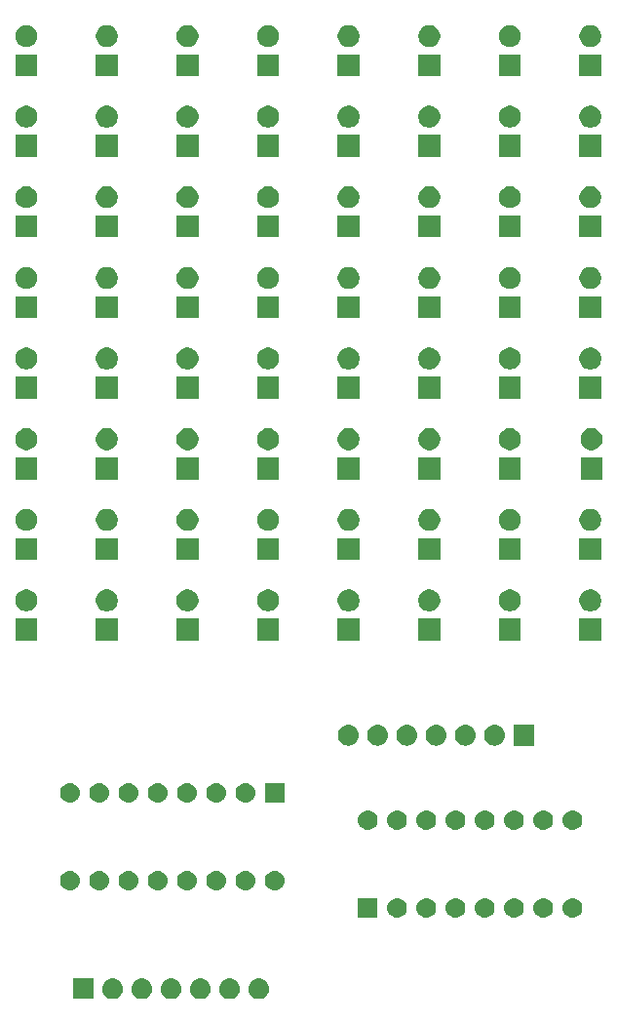
<source format=gbr>
G04 #@! TF.GenerationSoftware,KiCad,Pcbnew,(5.0.2)-1*
G04 #@! TF.CreationDate,2019-02-14T14:41:14+01:00*
G04 #@! TF.ProjectId,Embedded_matrix,456d6265-6464-4656-945f-6d6174726978,rev?*
G04 #@! TF.SameCoordinates,Original*
G04 #@! TF.FileFunction,Soldermask,Bot*
G04 #@! TF.FilePolarity,Negative*
%FSLAX46Y46*%
G04 Gerber Fmt 4.6, Leading zero omitted, Abs format (unit mm)*
G04 Created by KiCad (PCBNEW (5.0.2)-1) date 14/02/2019 14:41:14*
%MOMM*%
%LPD*%
G01*
G04 APERTURE LIST*
%ADD10C,0.100000*%
G04 APERTURE END LIST*
D10*
G36*
X112198254Y-156787168D02*
X110396254Y-156787168D01*
X110396254Y-154985168D01*
X112198254Y-154985168D01*
X112198254Y-156787168D01*
X112198254Y-156787168D01*
G37*
G36*
X113947697Y-154991687D02*
X114013881Y-154998205D01*
X114127107Y-155032552D01*
X114183721Y-155049725D01*
X114322341Y-155123820D01*
X114340245Y-155133390D01*
X114375983Y-155162720D01*
X114477440Y-155245982D01*
X114560702Y-155347439D01*
X114590032Y-155383177D01*
X114590033Y-155383179D01*
X114673697Y-155539701D01*
X114673697Y-155539702D01*
X114725217Y-155709541D01*
X114742613Y-155886168D01*
X114725217Y-156062795D01*
X114690870Y-156176021D01*
X114673697Y-156232635D01*
X114599602Y-156371255D01*
X114590032Y-156389159D01*
X114560702Y-156424897D01*
X114477440Y-156526354D01*
X114375983Y-156609616D01*
X114340245Y-156638946D01*
X114340243Y-156638947D01*
X114183721Y-156722611D01*
X114127107Y-156739784D01*
X114013881Y-156774131D01*
X113947697Y-156780649D01*
X113881514Y-156787168D01*
X113792994Y-156787168D01*
X113726811Y-156780649D01*
X113660627Y-156774131D01*
X113547401Y-156739784D01*
X113490787Y-156722611D01*
X113334265Y-156638947D01*
X113334263Y-156638946D01*
X113298525Y-156609616D01*
X113197068Y-156526354D01*
X113113806Y-156424897D01*
X113084476Y-156389159D01*
X113074906Y-156371255D01*
X113000811Y-156232635D01*
X112983638Y-156176021D01*
X112949291Y-156062795D01*
X112931895Y-155886168D01*
X112949291Y-155709541D01*
X113000811Y-155539702D01*
X113000811Y-155539701D01*
X113084475Y-155383179D01*
X113084476Y-155383177D01*
X113113806Y-155347439D01*
X113197068Y-155245982D01*
X113298525Y-155162720D01*
X113334263Y-155133390D01*
X113352167Y-155123820D01*
X113490787Y-155049725D01*
X113547401Y-155032552D01*
X113660627Y-154998205D01*
X113726811Y-154991687D01*
X113792994Y-154985168D01*
X113881514Y-154985168D01*
X113947697Y-154991687D01*
X113947697Y-154991687D01*
G37*
G36*
X116487697Y-154991687D02*
X116553881Y-154998205D01*
X116667107Y-155032552D01*
X116723721Y-155049725D01*
X116862341Y-155123820D01*
X116880245Y-155133390D01*
X116915983Y-155162720D01*
X117017440Y-155245982D01*
X117100702Y-155347439D01*
X117130032Y-155383177D01*
X117130033Y-155383179D01*
X117213697Y-155539701D01*
X117213697Y-155539702D01*
X117265217Y-155709541D01*
X117282613Y-155886168D01*
X117265217Y-156062795D01*
X117230870Y-156176021D01*
X117213697Y-156232635D01*
X117139602Y-156371255D01*
X117130032Y-156389159D01*
X117100702Y-156424897D01*
X117017440Y-156526354D01*
X116915983Y-156609616D01*
X116880245Y-156638946D01*
X116880243Y-156638947D01*
X116723721Y-156722611D01*
X116667107Y-156739784D01*
X116553881Y-156774131D01*
X116487697Y-156780649D01*
X116421514Y-156787168D01*
X116332994Y-156787168D01*
X116266811Y-156780649D01*
X116200627Y-156774131D01*
X116087401Y-156739784D01*
X116030787Y-156722611D01*
X115874265Y-156638947D01*
X115874263Y-156638946D01*
X115838525Y-156609616D01*
X115737068Y-156526354D01*
X115653806Y-156424897D01*
X115624476Y-156389159D01*
X115614906Y-156371255D01*
X115540811Y-156232635D01*
X115523638Y-156176021D01*
X115489291Y-156062795D01*
X115471895Y-155886168D01*
X115489291Y-155709541D01*
X115540811Y-155539702D01*
X115540811Y-155539701D01*
X115624475Y-155383179D01*
X115624476Y-155383177D01*
X115653806Y-155347439D01*
X115737068Y-155245982D01*
X115838525Y-155162720D01*
X115874263Y-155133390D01*
X115892167Y-155123820D01*
X116030787Y-155049725D01*
X116087401Y-155032552D01*
X116200627Y-154998205D01*
X116266811Y-154991687D01*
X116332994Y-154985168D01*
X116421514Y-154985168D01*
X116487697Y-154991687D01*
X116487697Y-154991687D01*
G37*
G36*
X119027697Y-154991687D02*
X119093881Y-154998205D01*
X119207107Y-155032552D01*
X119263721Y-155049725D01*
X119402341Y-155123820D01*
X119420245Y-155133390D01*
X119455983Y-155162720D01*
X119557440Y-155245982D01*
X119640702Y-155347439D01*
X119670032Y-155383177D01*
X119670033Y-155383179D01*
X119753697Y-155539701D01*
X119753697Y-155539702D01*
X119805217Y-155709541D01*
X119822613Y-155886168D01*
X119805217Y-156062795D01*
X119770870Y-156176021D01*
X119753697Y-156232635D01*
X119679602Y-156371255D01*
X119670032Y-156389159D01*
X119640702Y-156424897D01*
X119557440Y-156526354D01*
X119455983Y-156609616D01*
X119420245Y-156638946D01*
X119420243Y-156638947D01*
X119263721Y-156722611D01*
X119207107Y-156739784D01*
X119093881Y-156774131D01*
X119027697Y-156780649D01*
X118961514Y-156787168D01*
X118872994Y-156787168D01*
X118806811Y-156780649D01*
X118740627Y-156774131D01*
X118627401Y-156739784D01*
X118570787Y-156722611D01*
X118414265Y-156638947D01*
X118414263Y-156638946D01*
X118378525Y-156609616D01*
X118277068Y-156526354D01*
X118193806Y-156424897D01*
X118164476Y-156389159D01*
X118154906Y-156371255D01*
X118080811Y-156232635D01*
X118063638Y-156176021D01*
X118029291Y-156062795D01*
X118011895Y-155886168D01*
X118029291Y-155709541D01*
X118080811Y-155539702D01*
X118080811Y-155539701D01*
X118164475Y-155383179D01*
X118164476Y-155383177D01*
X118193806Y-155347439D01*
X118277068Y-155245982D01*
X118378525Y-155162720D01*
X118414263Y-155133390D01*
X118432167Y-155123820D01*
X118570787Y-155049725D01*
X118627401Y-155032552D01*
X118740627Y-154998205D01*
X118806811Y-154991687D01*
X118872994Y-154985168D01*
X118961514Y-154985168D01*
X119027697Y-154991687D01*
X119027697Y-154991687D01*
G37*
G36*
X121567697Y-154991687D02*
X121633881Y-154998205D01*
X121747107Y-155032552D01*
X121803721Y-155049725D01*
X121942341Y-155123820D01*
X121960245Y-155133390D01*
X121995983Y-155162720D01*
X122097440Y-155245982D01*
X122180702Y-155347439D01*
X122210032Y-155383177D01*
X122210033Y-155383179D01*
X122293697Y-155539701D01*
X122293697Y-155539702D01*
X122345217Y-155709541D01*
X122362613Y-155886168D01*
X122345217Y-156062795D01*
X122310870Y-156176021D01*
X122293697Y-156232635D01*
X122219602Y-156371255D01*
X122210032Y-156389159D01*
X122180702Y-156424897D01*
X122097440Y-156526354D01*
X121995983Y-156609616D01*
X121960245Y-156638946D01*
X121960243Y-156638947D01*
X121803721Y-156722611D01*
X121747107Y-156739784D01*
X121633881Y-156774131D01*
X121567697Y-156780649D01*
X121501514Y-156787168D01*
X121412994Y-156787168D01*
X121346811Y-156780649D01*
X121280627Y-156774131D01*
X121167401Y-156739784D01*
X121110787Y-156722611D01*
X120954265Y-156638947D01*
X120954263Y-156638946D01*
X120918525Y-156609616D01*
X120817068Y-156526354D01*
X120733806Y-156424897D01*
X120704476Y-156389159D01*
X120694906Y-156371255D01*
X120620811Y-156232635D01*
X120603638Y-156176021D01*
X120569291Y-156062795D01*
X120551895Y-155886168D01*
X120569291Y-155709541D01*
X120620811Y-155539702D01*
X120620811Y-155539701D01*
X120704475Y-155383179D01*
X120704476Y-155383177D01*
X120733806Y-155347439D01*
X120817068Y-155245982D01*
X120918525Y-155162720D01*
X120954263Y-155133390D01*
X120972167Y-155123820D01*
X121110787Y-155049725D01*
X121167401Y-155032552D01*
X121280627Y-154998205D01*
X121346811Y-154991687D01*
X121412994Y-154985168D01*
X121501514Y-154985168D01*
X121567697Y-154991687D01*
X121567697Y-154991687D01*
G37*
G36*
X126647697Y-154991687D02*
X126713881Y-154998205D01*
X126827107Y-155032552D01*
X126883721Y-155049725D01*
X127022341Y-155123820D01*
X127040245Y-155133390D01*
X127075983Y-155162720D01*
X127177440Y-155245982D01*
X127260702Y-155347439D01*
X127290032Y-155383177D01*
X127290033Y-155383179D01*
X127373697Y-155539701D01*
X127373697Y-155539702D01*
X127425217Y-155709541D01*
X127442613Y-155886168D01*
X127425217Y-156062795D01*
X127390870Y-156176021D01*
X127373697Y-156232635D01*
X127299602Y-156371255D01*
X127290032Y-156389159D01*
X127260702Y-156424897D01*
X127177440Y-156526354D01*
X127075983Y-156609616D01*
X127040245Y-156638946D01*
X127040243Y-156638947D01*
X126883721Y-156722611D01*
X126827107Y-156739784D01*
X126713881Y-156774131D01*
X126647697Y-156780649D01*
X126581514Y-156787168D01*
X126492994Y-156787168D01*
X126426811Y-156780649D01*
X126360627Y-156774131D01*
X126247401Y-156739784D01*
X126190787Y-156722611D01*
X126034265Y-156638947D01*
X126034263Y-156638946D01*
X125998525Y-156609616D01*
X125897068Y-156526354D01*
X125813806Y-156424897D01*
X125784476Y-156389159D01*
X125774906Y-156371255D01*
X125700811Y-156232635D01*
X125683638Y-156176021D01*
X125649291Y-156062795D01*
X125631895Y-155886168D01*
X125649291Y-155709541D01*
X125700811Y-155539702D01*
X125700811Y-155539701D01*
X125784475Y-155383179D01*
X125784476Y-155383177D01*
X125813806Y-155347439D01*
X125897068Y-155245982D01*
X125998525Y-155162720D01*
X126034263Y-155133390D01*
X126052167Y-155123820D01*
X126190787Y-155049725D01*
X126247401Y-155032552D01*
X126360627Y-154998205D01*
X126426811Y-154991687D01*
X126492994Y-154985168D01*
X126581514Y-154985168D01*
X126647697Y-154991687D01*
X126647697Y-154991687D01*
G37*
G36*
X124107697Y-154991687D02*
X124173881Y-154998205D01*
X124287107Y-155032552D01*
X124343721Y-155049725D01*
X124482341Y-155123820D01*
X124500245Y-155133390D01*
X124535983Y-155162720D01*
X124637440Y-155245982D01*
X124720702Y-155347439D01*
X124750032Y-155383177D01*
X124750033Y-155383179D01*
X124833697Y-155539701D01*
X124833697Y-155539702D01*
X124885217Y-155709541D01*
X124902613Y-155886168D01*
X124885217Y-156062795D01*
X124850870Y-156176021D01*
X124833697Y-156232635D01*
X124759602Y-156371255D01*
X124750032Y-156389159D01*
X124720702Y-156424897D01*
X124637440Y-156526354D01*
X124535983Y-156609616D01*
X124500245Y-156638946D01*
X124500243Y-156638947D01*
X124343721Y-156722611D01*
X124287107Y-156739784D01*
X124173881Y-156774131D01*
X124107697Y-156780649D01*
X124041514Y-156787168D01*
X123952994Y-156787168D01*
X123886811Y-156780649D01*
X123820627Y-156774131D01*
X123707401Y-156739784D01*
X123650787Y-156722611D01*
X123494265Y-156638947D01*
X123494263Y-156638946D01*
X123458525Y-156609616D01*
X123357068Y-156526354D01*
X123273806Y-156424897D01*
X123244476Y-156389159D01*
X123234906Y-156371255D01*
X123160811Y-156232635D01*
X123143638Y-156176021D01*
X123109291Y-156062795D01*
X123091895Y-155886168D01*
X123109291Y-155709541D01*
X123160811Y-155539702D01*
X123160811Y-155539701D01*
X123244475Y-155383179D01*
X123244476Y-155383177D01*
X123273806Y-155347439D01*
X123357068Y-155245982D01*
X123458525Y-155162720D01*
X123494263Y-155133390D01*
X123512167Y-155123820D01*
X123650787Y-155049725D01*
X123707401Y-155032552D01*
X123820627Y-154998205D01*
X123886811Y-154991687D01*
X123952994Y-154985168D01*
X124041514Y-154985168D01*
X124107697Y-154991687D01*
X124107697Y-154991687D01*
G37*
G36*
X153960357Y-148042802D02*
X153960360Y-148042803D01*
X153960361Y-148042803D01*
X154120775Y-148091464D01*
X154120777Y-148091465D01*
X154120780Y-148091466D01*
X154268614Y-148170484D01*
X154398195Y-148276830D01*
X154504541Y-148406411D01*
X154583559Y-148554245D01*
X154632223Y-148714668D01*
X154648653Y-148881489D01*
X154632223Y-149048310D01*
X154583559Y-149208733D01*
X154504541Y-149356567D01*
X154398195Y-149486148D01*
X154268614Y-149592494D01*
X154120780Y-149671512D01*
X154120777Y-149671513D01*
X154120775Y-149671514D01*
X153960361Y-149720175D01*
X153960360Y-149720175D01*
X153960357Y-149720176D01*
X153835340Y-149732489D01*
X153751732Y-149732489D01*
X153626715Y-149720176D01*
X153626712Y-149720175D01*
X153626711Y-149720175D01*
X153466297Y-149671514D01*
X153466295Y-149671513D01*
X153466292Y-149671512D01*
X153318458Y-149592494D01*
X153188877Y-149486148D01*
X153082531Y-149356567D01*
X153003513Y-149208733D01*
X152954849Y-149048310D01*
X152938419Y-148881489D01*
X152954849Y-148714668D01*
X153003513Y-148554245D01*
X153082531Y-148406411D01*
X153188877Y-148276830D01*
X153318458Y-148170484D01*
X153466292Y-148091466D01*
X153466295Y-148091465D01*
X153466297Y-148091464D01*
X153626711Y-148042803D01*
X153626712Y-148042803D01*
X153626715Y-148042802D01*
X153751732Y-148030489D01*
X153835340Y-148030489D01*
X153960357Y-148042802D01*
X153960357Y-148042802D01*
G37*
G36*
X151420357Y-148042802D02*
X151420360Y-148042803D01*
X151420361Y-148042803D01*
X151580775Y-148091464D01*
X151580777Y-148091465D01*
X151580780Y-148091466D01*
X151728614Y-148170484D01*
X151858195Y-148276830D01*
X151964541Y-148406411D01*
X152043559Y-148554245D01*
X152092223Y-148714668D01*
X152108653Y-148881489D01*
X152092223Y-149048310D01*
X152043559Y-149208733D01*
X151964541Y-149356567D01*
X151858195Y-149486148D01*
X151728614Y-149592494D01*
X151580780Y-149671512D01*
X151580777Y-149671513D01*
X151580775Y-149671514D01*
X151420361Y-149720175D01*
X151420360Y-149720175D01*
X151420357Y-149720176D01*
X151295340Y-149732489D01*
X151211732Y-149732489D01*
X151086715Y-149720176D01*
X151086712Y-149720175D01*
X151086711Y-149720175D01*
X150926297Y-149671514D01*
X150926295Y-149671513D01*
X150926292Y-149671512D01*
X150778458Y-149592494D01*
X150648877Y-149486148D01*
X150542531Y-149356567D01*
X150463513Y-149208733D01*
X150414849Y-149048310D01*
X150398419Y-148881489D01*
X150414849Y-148714668D01*
X150463513Y-148554245D01*
X150542531Y-148406411D01*
X150648877Y-148276830D01*
X150778458Y-148170484D01*
X150926292Y-148091466D01*
X150926295Y-148091465D01*
X150926297Y-148091464D01*
X151086711Y-148042803D01*
X151086712Y-148042803D01*
X151086715Y-148042802D01*
X151211732Y-148030489D01*
X151295340Y-148030489D01*
X151420357Y-148042802D01*
X151420357Y-148042802D01*
G37*
G36*
X148880357Y-148042802D02*
X148880360Y-148042803D01*
X148880361Y-148042803D01*
X149040775Y-148091464D01*
X149040777Y-148091465D01*
X149040780Y-148091466D01*
X149188614Y-148170484D01*
X149318195Y-148276830D01*
X149424541Y-148406411D01*
X149503559Y-148554245D01*
X149552223Y-148714668D01*
X149568653Y-148881489D01*
X149552223Y-149048310D01*
X149503559Y-149208733D01*
X149424541Y-149356567D01*
X149318195Y-149486148D01*
X149188614Y-149592494D01*
X149040780Y-149671512D01*
X149040777Y-149671513D01*
X149040775Y-149671514D01*
X148880361Y-149720175D01*
X148880360Y-149720175D01*
X148880357Y-149720176D01*
X148755340Y-149732489D01*
X148671732Y-149732489D01*
X148546715Y-149720176D01*
X148546712Y-149720175D01*
X148546711Y-149720175D01*
X148386297Y-149671514D01*
X148386295Y-149671513D01*
X148386292Y-149671512D01*
X148238458Y-149592494D01*
X148108877Y-149486148D01*
X148002531Y-149356567D01*
X147923513Y-149208733D01*
X147874849Y-149048310D01*
X147858419Y-148881489D01*
X147874849Y-148714668D01*
X147923513Y-148554245D01*
X148002531Y-148406411D01*
X148108877Y-148276830D01*
X148238458Y-148170484D01*
X148386292Y-148091466D01*
X148386295Y-148091465D01*
X148386297Y-148091464D01*
X148546711Y-148042803D01*
X148546712Y-148042803D01*
X148546715Y-148042802D01*
X148671732Y-148030489D01*
X148755340Y-148030489D01*
X148880357Y-148042802D01*
X148880357Y-148042802D01*
G37*
G36*
X143800357Y-148042802D02*
X143800360Y-148042803D01*
X143800361Y-148042803D01*
X143960775Y-148091464D01*
X143960777Y-148091465D01*
X143960780Y-148091466D01*
X144108614Y-148170484D01*
X144238195Y-148276830D01*
X144344541Y-148406411D01*
X144423559Y-148554245D01*
X144472223Y-148714668D01*
X144488653Y-148881489D01*
X144472223Y-149048310D01*
X144423559Y-149208733D01*
X144344541Y-149356567D01*
X144238195Y-149486148D01*
X144108614Y-149592494D01*
X143960780Y-149671512D01*
X143960777Y-149671513D01*
X143960775Y-149671514D01*
X143800361Y-149720175D01*
X143800360Y-149720175D01*
X143800357Y-149720176D01*
X143675340Y-149732489D01*
X143591732Y-149732489D01*
X143466715Y-149720176D01*
X143466712Y-149720175D01*
X143466711Y-149720175D01*
X143306297Y-149671514D01*
X143306295Y-149671513D01*
X143306292Y-149671512D01*
X143158458Y-149592494D01*
X143028877Y-149486148D01*
X142922531Y-149356567D01*
X142843513Y-149208733D01*
X142794849Y-149048310D01*
X142778419Y-148881489D01*
X142794849Y-148714668D01*
X142843513Y-148554245D01*
X142922531Y-148406411D01*
X143028877Y-148276830D01*
X143158458Y-148170484D01*
X143306292Y-148091466D01*
X143306295Y-148091465D01*
X143306297Y-148091464D01*
X143466711Y-148042803D01*
X143466712Y-148042803D01*
X143466715Y-148042802D01*
X143591732Y-148030489D01*
X143675340Y-148030489D01*
X143800357Y-148042802D01*
X143800357Y-148042802D01*
G37*
G36*
X141260357Y-148042802D02*
X141260360Y-148042803D01*
X141260361Y-148042803D01*
X141420775Y-148091464D01*
X141420777Y-148091465D01*
X141420780Y-148091466D01*
X141568614Y-148170484D01*
X141698195Y-148276830D01*
X141804541Y-148406411D01*
X141883559Y-148554245D01*
X141932223Y-148714668D01*
X141948653Y-148881489D01*
X141932223Y-149048310D01*
X141883559Y-149208733D01*
X141804541Y-149356567D01*
X141698195Y-149486148D01*
X141568614Y-149592494D01*
X141420780Y-149671512D01*
X141420777Y-149671513D01*
X141420775Y-149671514D01*
X141260361Y-149720175D01*
X141260360Y-149720175D01*
X141260357Y-149720176D01*
X141135340Y-149732489D01*
X141051732Y-149732489D01*
X140926715Y-149720176D01*
X140926712Y-149720175D01*
X140926711Y-149720175D01*
X140766297Y-149671514D01*
X140766295Y-149671513D01*
X140766292Y-149671512D01*
X140618458Y-149592494D01*
X140488877Y-149486148D01*
X140382531Y-149356567D01*
X140303513Y-149208733D01*
X140254849Y-149048310D01*
X140238419Y-148881489D01*
X140254849Y-148714668D01*
X140303513Y-148554245D01*
X140382531Y-148406411D01*
X140488877Y-148276830D01*
X140618458Y-148170484D01*
X140766292Y-148091466D01*
X140766295Y-148091465D01*
X140766297Y-148091464D01*
X140926711Y-148042803D01*
X140926712Y-148042803D01*
X140926715Y-148042802D01*
X141051732Y-148030489D01*
X141135340Y-148030489D01*
X141260357Y-148042802D01*
X141260357Y-148042802D01*
G37*
G36*
X138720357Y-148042802D02*
X138720360Y-148042803D01*
X138720361Y-148042803D01*
X138880775Y-148091464D01*
X138880777Y-148091465D01*
X138880780Y-148091466D01*
X139028614Y-148170484D01*
X139158195Y-148276830D01*
X139264541Y-148406411D01*
X139343559Y-148554245D01*
X139392223Y-148714668D01*
X139408653Y-148881489D01*
X139392223Y-149048310D01*
X139343559Y-149208733D01*
X139264541Y-149356567D01*
X139158195Y-149486148D01*
X139028614Y-149592494D01*
X138880780Y-149671512D01*
X138880777Y-149671513D01*
X138880775Y-149671514D01*
X138720361Y-149720175D01*
X138720360Y-149720175D01*
X138720357Y-149720176D01*
X138595340Y-149732489D01*
X138511732Y-149732489D01*
X138386715Y-149720176D01*
X138386712Y-149720175D01*
X138386711Y-149720175D01*
X138226297Y-149671514D01*
X138226295Y-149671513D01*
X138226292Y-149671512D01*
X138078458Y-149592494D01*
X137948877Y-149486148D01*
X137842531Y-149356567D01*
X137763513Y-149208733D01*
X137714849Y-149048310D01*
X137698419Y-148881489D01*
X137714849Y-148714668D01*
X137763513Y-148554245D01*
X137842531Y-148406411D01*
X137948877Y-148276830D01*
X138078458Y-148170484D01*
X138226292Y-148091466D01*
X138226295Y-148091465D01*
X138226297Y-148091464D01*
X138386711Y-148042803D01*
X138386712Y-148042803D01*
X138386715Y-148042802D01*
X138511732Y-148030489D01*
X138595340Y-148030489D01*
X138720357Y-148042802D01*
X138720357Y-148042802D01*
G37*
G36*
X136864536Y-149732489D02*
X135162536Y-149732489D01*
X135162536Y-148030489D01*
X136864536Y-148030489D01*
X136864536Y-149732489D01*
X136864536Y-149732489D01*
G37*
G36*
X146340357Y-148042802D02*
X146340360Y-148042803D01*
X146340361Y-148042803D01*
X146500775Y-148091464D01*
X146500777Y-148091465D01*
X146500780Y-148091466D01*
X146648614Y-148170484D01*
X146778195Y-148276830D01*
X146884541Y-148406411D01*
X146963559Y-148554245D01*
X147012223Y-148714668D01*
X147028653Y-148881489D01*
X147012223Y-149048310D01*
X146963559Y-149208733D01*
X146884541Y-149356567D01*
X146778195Y-149486148D01*
X146648614Y-149592494D01*
X146500780Y-149671512D01*
X146500777Y-149671513D01*
X146500775Y-149671514D01*
X146340361Y-149720175D01*
X146340360Y-149720175D01*
X146340357Y-149720176D01*
X146215340Y-149732489D01*
X146131732Y-149732489D01*
X146006715Y-149720176D01*
X146006712Y-149720175D01*
X146006711Y-149720175D01*
X145846297Y-149671514D01*
X145846295Y-149671513D01*
X145846292Y-149671512D01*
X145698458Y-149592494D01*
X145568877Y-149486148D01*
X145462531Y-149356567D01*
X145383513Y-149208733D01*
X145334849Y-149048310D01*
X145318419Y-148881489D01*
X145334849Y-148714668D01*
X145383513Y-148554245D01*
X145462531Y-148406411D01*
X145568877Y-148276830D01*
X145698458Y-148170484D01*
X145846292Y-148091466D01*
X145846295Y-148091465D01*
X145846297Y-148091464D01*
X146006711Y-148042803D01*
X146006712Y-148042803D01*
X146006715Y-148042802D01*
X146131732Y-148030489D01*
X146215340Y-148030489D01*
X146340357Y-148042802D01*
X146340357Y-148042802D01*
G37*
G36*
X112844075Y-145667481D02*
X112844078Y-145667482D01*
X112844079Y-145667482D01*
X113004493Y-145716143D01*
X113004495Y-145716144D01*
X113004498Y-145716145D01*
X113152332Y-145795163D01*
X113281913Y-145901509D01*
X113388259Y-146031090D01*
X113467277Y-146178924D01*
X113515941Y-146339347D01*
X113532371Y-146506168D01*
X113515941Y-146672989D01*
X113467277Y-146833412D01*
X113388259Y-146981246D01*
X113281913Y-147110827D01*
X113152332Y-147217173D01*
X113004498Y-147296191D01*
X113004495Y-147296192D01*
X113004493Y-147296193D01*
X112844079Y-147344854D01*
X112844078Y-147344854D01*
X112844075Y-147344855D01*
X112719058Y-147357168D01*
X112635450Y-147357168D01*
X112510433Y-147344855D01*
X112510430Y-147344854D01*
X112510429Y-147344854D01*
X112350015Y-147296193D01*
X112350013Y-147296192D01*
X112350010Y-147296191D01*
X112202176Y-147217173D01*
X112072595Y-147110827D01*
X111966249Y-146981246D01*
X111887231Y-146833412D01*
X111838567Y-146672989D01*
X111822137Y-146506168D01*
X111838567Y-146339347D01*
X111887231Y-146178924D01*
X111966249Y-146031090D01*
X112072595Y-145901509D01*
X112202176Y-145795163D01*
X112350010Y-145716145D01*
X112350013Y-145716144D01*
X112350015Y-145716143D01*
X112510429Y-145667482D01*
X112510430Y-145667482D01*
X112510433Y-145667481D01*
X112635450Y-145655168D01*
X112719058Y-145655168D01*
X112844075Y-145667481D01*
X112844075Y-145667481D01*
G37*
G36*
X110304075Y-145667481D02*
X110304078Y-145667482D01*
X110304079Y-145667482D01*
X110464493Y-145716143D01*
X110464495Y-145716144D01*
X110464498Y-145716145D01*
X110612332Y-145795163D01*
X110741913Y-145901509D01*
X110848259Y-146031090D01*
X110927277Y-146178924D01*
X110975941Y-146339347D01*
X110992371Y-146506168D01*
X110975941Y-146672989D01*
X110927277Y-146833412D01*
X110848259Y-146981246D01*
X110741913Y-147110827D01*
X110612332Y-147217173D01*
X110464498Y-147296191D01*
X110464495Y-147296192D01*
X110464493Y-147296193D01*
X110304079Y-147344854D01*
X110304078Y-147344854D01*
X110304075Y-147344855D01*
X110179058Y-147357168D01*
X110095450Y-147357168D01*
X109970433Y-147344855D01*
X109970430Y-147344854D01*
X109970429Y-147344854D01*
X109810015Y-147296193D01*
X109810013Y-147296192D01*
X109810010Y-147296191D01*
X109662176Y-147217173D01*
X109532595Y-147110827D01*
X109426249Y-146981246D01*
X109347231Y-146833412D01*
X109298567Y-146672989D01*
X109282137Y-146506168D01*
X109298567Y-146339347D01*
X109347231Y-146178924D01*
X109426249Y-146031090D01*
X109532595Y-145901509D01*
X109662176Y-145795163D01*
X109810010Y-145716145D01*
X109810013Y-145716144D01*
X109810015Y-145716143D01*
X109970429Y-145667482D01*
X109970430Y-145667482D01*
X109970433Y-145667481D01*
X110095450Y-145655168D01*
X110179058Y-145655168D01*
X110304075Y-145667481D01*
X110304075Y-145667481D01*
G37*
G36*
X115384075Y-145667481D02*
X115384078Y-145667482D01*
X115384079Y-145667482D01*
X115544493Y-145716143D01*
X115544495Y-145716144D01*
X115544498Y-145716145D01*
X115692332Y-145795163D01*
X115821913Y-145901509D01*
X115928259Y-146031090D01*
X116007277Y-146178924D01*
X116055941Y-146339347D01*
X116072371Y-146506168D01*
X116055941Y-146672989D01*
X116007277Y-146833412D01*
X115928259Y-146981246D01*
X115821913Y-147110827D01*
X115692332Y-147217173D01*
X115544498Y-147296191D01*
X115544495Y-147296192D01*
X115544493Y-147296193D01*
X115384079Y-147344854D01*
X115384078Y-147344854D01*
X115384075Y-147344855D01*
X115259058Y-147357168D01*
X115175450Y-147357168D01*
X115050433Y-147344855D01*
X115050430Y-147344854D01*
X115050429Y-147344854D01*
X114890015Y-147296193D01*
X114890013Y-147296192D01*
X114890010Y-147296191D01*
X114742176Y-147217173D01*
X114612595Y-147110827D01*
X114506249Y-146981246D01*
X114427231Y-146833412D01*
X114378567Y-146672989D01*
X114362137Y-146506168D01*
X114378567Y-146339347D01*
X114427231Y-146178924D01*
X114506249Y-146031090D01*
X114612595Y-145901509D01*
X114742176Y-145795163D01*
X114890010Y-145716145D01*
X114890013Y-145716144D01*
X114890015Y-145716143D01*
X115050429Y-145667482D01*
X115050430Y-145667482D01*
X115050433Y-145667481D01*
X115175450Y-145655168D01*
X115259058Y-145655168D01*
X115384075Y-145667481D01*
X115384075Y-145667481D01*
G37*
G36*
X117924075Y-145667481D02*
X117924078Y-145667482D01*
X117924079Y-145667482D01*
X118084493Y-145716143D01*
X118084495Y-145716144D01*
X118084498Y-145716145D01*
X118232332Y-145795163D01*
X118361913Y-145901509D01*
X118468259Y-146031090D01*
X118547277Y-146178924D01*
X118595941Y-146339347D01*
X118612371Y-146506168D01*
X118595941Y-146672989D01*
X118547277Y-146833412D01*
X118468259Y-146981246D01*
X118361913Y-147110827D01*
X118232332Y-147217173D01*
X118084498Y-147296191D01*
X118084495Y-147296192D01*
X118084493Y-147296193D01*
X117924079Y-147344854D01*
X117924078Y-147344854D01*
X117924075Y-147344855D01*
X117799058Y-147357168D01*
X117715450Y-147357168D01*
X117590433Y-147344855D01*
X117590430Y-147344854D01*
X117590429Y-147344854D01*
X117430015Y-147296193D01*
X117430013Y-147296192D01*
X117430010Y-147296191D01*
X117282176Y-147217173D01*
X117152595Y-147110827D01*
X117046249Y-146981246D01*
X116967231Y-146833412D01*
X116918567Y-146672989D01*
X116902137Y-146506168D01*
X116918567Y-146339347D01*
X116967231Y-146178924D01*
X117046249Y-146031090D01*
X117152595Y-145901509D01*
X117282176Y-145795163D01*
X117430010Y-145716145D01*
X117430013Y-145716144D01*
X117430015Y-145716143D01*
X117590429Y-145667482D01*
X117590430Y-145667482D01*
X117590433Y-145667481D01*
X117715450Y-145655168D01*
X117799058Y-145655168D01*
X117924075Y-145667481D01*
X117924075Y-145667481D01*
G37*
G36*
X125544075Y-145667481D02*
X125544078Y-145667482D01*
X125544079Y-145667482D01*
X125704493Y-145716143D01*
X125704495Y-145716144D01*
X125704498Y-145716145D01*
X125852332Y-145795163D01*
X125981913Y-145901509D01*
X126088259Y-146031090D01*
X126167277Y-146178924D01*
X126215941Y-146339347D01*
X126232371Y-146506168D01*
X126215941Y-146672989D01*
X126167277Y-146833412D01*
X126088259Y-146981246D01*
X125981913Y-147110827D01*
X125852332Y-147217173D01*
X125704498Y-147296191D01*
X125704495Y-147296192D01*
X125704493Y-147296193D01*
X125544079Y-147344854D01*
X125544078Y-147344854D01*
X125544075Y-147344855D01*
X125419058Y-147357168D01*
X125335450Y-147357168D01*
X125210433Y-147344855D01*
X125210430Y-147344854D01*
X125210429Y-147344854D01*
X125050015Y-147296193D01*
X125050013Y-147296192D01*
X125050010Y-147296191D01*
X124902176Y-147217173D01*
X124772595Y-147110827D01*
X124666249Y-146981246D01*
X124587231Y-146833412D01*
X124538567Y-146672989D01*
X124522137Y-146506168D01*
X124538567Y-146339347D01*
X124587231Y-146178924D01*
X124666249Y-146031090D01*
X124772595Y-145901509D01*
X124902176Y-145795163D01*
X125050010Y-145716145D01*
X125050013Y-145716144D01*
X125050015Y-145716143D01*
X125210429Y-145667482D01*
X125210430Y-145667482D01*
X125210433Y-145667481D01*
X125335450Y-145655168D01*
X125419058Y-145655168D01*
X125544075Y-145667481D01*
X125544075Y-145667481D01*
G37*
G36*
X120464075Y-145667481D02*
X120464078Y-145667482D01*
X120464079Y-145667482D01*
X120624493Y-145716143D01*
X120624495Y-145716144D01*
X120624498Y-145716145D01*
X120772332Y-145795163D01*
X120901913Y-145901509D01*
X121008259Y-146031090D01*
X121087277Y-146178924D01*
X121135941Y-146339347D01*
X121152371Y-146506168D01*
X121135941Y-146672989D01*
X121087277Y-146833412D01*
X121008259Y-146981246D01*
X120901913Y-147110827D01*
X120772332Y-147217173D01*
X120624498Y-147296191D01*
X120624495Y-147296192D01*
X120624493Y-147296193D01*
X120464079Y-147344854D01*
X120464078Y-147344854D01*
X120464075Y-147344855D01*
X120339058Y-147357168D01*
X120255450Y-147357168D01*
X120130433Y-147344855D01*
X120130430Y-147344854D01*
X120130429Y-147344854D01*
X119970015Y-147296193D01*
X119970013Y-147296192D01*
X119970010Y-147296191D01*
X119822176Y-147217173D01*
X119692595Y-147110827D01*
X119586249Y-146981246D01*
X119507231Y-146833412D01*
X119458567Y-146672989D01*
X119442137Y-146506168D01*
X119458567Y-146339347D01*
X119507231Y-146178924D01*
X119586249Y-146031090D01*
X119692595Y-145901509D01*
X119822176Y-145795163D01*
X119970010Y-145716145D01*
X119970013Y-145716144D01*
X119970015Y-145716143D01*
X120130429Y-145667482D01*
X120130430Y-145667482D01*
X120130433Y-145667481D01*
X120255450Y-145655168D01*
X120339058Y-145655168D01*
X120464075Y-145667481D01*
X120464075Y-145667481D01*
G37*
G36*
X128084075Y-145667481D02*
X128084078Y-145667482D01*
X128084079Y-145667482D01*
X128244493Y-145716143D01*
X128244495Y-145716144D01*
X128244498Y-145716145D01*
X128392332Y-145795163D01*
X128521913Y-145901509D01*
X128628259Y-146031090D01*
X128707277Y-146178924D01*
X128755941Y-146339347D01*
X128772371Y-146506168D01*
X128755941Y-146672989D01*
X128707277Y-146833412D01*
X128628259Y-146981246D01*
X128521913Y-147110827D01*
X128392332Y-147217173D01*
X128244498Y-147296191D01*
X128244495Y-147296192D01*
X128244493Y-147296193D01*
X128084079Y-147344854D01*
X128084078Y-147344854D01*
X128084075Y-147344855D01*
X127959058Y-147357168D01*
X127875450Y-147357168D01*
X127750433Y-147344855D01*
X127750430Y-147344854D01*
X127750429Y-147344854D01*
X127590015Y-147296193D01*
X127590013Y-147296192D01*
X127590010Y-147296191D01*
X127442176Y-147217173D01*
X127312595Y-147110827D01*
X127206249Y-146981246D01*
X127127231Y-146833412D01*
X127078567Y-146672989D01*
X127062137Y-146506168D01*
X127078567Y-146339347D01*
X127127231Y-146178924D01*
X127206249Y-146031090D01*
X127312595Y-145901509D01*
X127442176Y-145795163D01*
X127590010Y-145716145D01*
X127590013Y-145716144D01*
X127590015Y-145716143D01*
X127750429Y-145667482D01*
X127750430Y-145667482D01*
X127750433Y-145667481D01*
X127875450Y-145655168D01*
X127959058Y-145655168D01*
X128084075Y-145667481D01*
X128084075Y-145667481D01*
G37*
G36*
X123004075Y-145667481D02*
X123004078Y-145667482D01*
X123004079Y-145667482D01*
X123164493Y-145716143D01*
X123164495Y-145716144D01*
X123164498Y-145716145D01*
X123312332Y-145795163D01*
X123441913Y-145901509D01*
X123548259Y-146031090D01*
X123627277Y-146178924D01*
X123675941Y-146339347D01*
X123692371Y-146506168D01*
X123675941Y-146672989D01*
X123627277Y-146833412D01*
X123548259Y-146981246D01*
X123441913Y-147110827D01*
X123312332Y-147217173D01*
X123164498Y-147296191D01*
X123164495Y-147296192D01*
X123164493Y-147296193D01*
X123004079Y-147344854D01*
X123004078Y-147344854D01*
X123004075Y-147344855D01*
X122879058Y-147357168D01*
X122795450Y-147357168D01*
X122670433Y-147344855D01*
X122670430Y-147344854D01*
X122670429Y-147344854D01*
X122510015Y-147296193D01*
X122510013Y-147296192D01*
X122510010Y-147296191D01*
X122362176Y-147217173D01*
X122232595Y-147110827D01*
X122126249Y-146981246D01*
X122047231Y-146833412D01*
X121998567Y-146672989D01*
X121982137Y-146506168D01*
X121998567Y-146339347D01*
X122047231Y-146178924D01*
X122126249Y-146031090D01*
X122232595Y-145901509D01*
X122362176Y-145795163D01*
X122510010Y-145716145D01*
X122510013Y-145716144D01*
X122510015Y-145716143D01*
X122670429Y-145667482D01*
X122670430Y-145667482D01*
X122670433Y-145667481D01*
X122795450Y-145655168D01*
X122879058Y-145655168D01*
X123004075Y-145667481D01*
X123004075Y-145667481D01*
G37*
G36*
X138720357Y-140422802D02*
X138720360Y-140422803D01*
X138720361Y-140422803D01*
X138880775Y-140471464D01*
X138880777Y-140471465D01*
X138880780Y-140471466D01*
X139028614Y-140550484D01*
X139158195Y-140656830D01*
X139264541Y-140786411D01*
X139343559Y-140934245D01*
X139392223Y-141094668D01*
X139408653Y-141261489D01*
X139392223Y-141428310D01*
X139343559Y-141588733D01*
X139264541Y-141736567D01*
X139158195Y-141866148D01*
X139028614Y-141972494D01*
X138880780Y-142051512D01*
X138880777Y-142051513D01*
X138880775Y-142051514D01*
X138720361Y-142100175D01*
X138720360Y-142100175D01*
X138720357Y-142100176D01*
X138595340Y-142112489D01*
X138511732Y-142112489D01*
X138386715Y-142100176D01*
X138386712Y-142100175D01*
X138386711Y-142100175D01*
X138226297Y-142051514D01*
X138226295Y-142051513D01*
X138226292Y-142051512D01*
X138078458Y-141972494D01*
X137948877Y-141866148D01*
X137842531Y-141736567D01*
X137763513Y-141588733D01*
X137714849Y-141428310D01*
X137698419Y-141261489D01*
X137714849Y-141094668D01*
X137763513Y-140934245D01*
X137842531Y-140786411D01*
X137948877Y-140656830D01*
X138078458Y-140550484D01*
X138226292Y-140471466D01*
X138226295Y-140471465D01*
X138226297Y-140471464D01*
X138386711Y-140422803D01*
X138386712Y-140422803D01*
X138386715Y-140422802D01*
X138511732Y-140410489D01*
X138595340Y-140410489D01*
X138720357Y-140422802D01*
X138720357Y-140422802D01*
G37*
G36*
X141260357Y-140422802D02*
X141260360Y-140422803D01*
X141260361Y-140422803D01*
X141420775Y-140471464D01*
X141420777Y-140471465D01*
X141420780Y-140471466D01*
X141568614Y-140550484D01*
X141698195Y-140656830D01*
X141804541Y-140786411D01*
X141883559Y-140934245D01*
X141932223Y-141094668D01*
X141948653Y-141261489D01*
X141932223Y-141428310D01*
X141883559Y-141588733D01*
X141804541Y-141736567D01*
X141698195Y-141866148D01*
X141568614Y-141972494D01*
X141420780Y-142051512D01*
X141420777Y-142051513D01*
X141420775Y-142051514D01*
X141260361Y-142100175D01*
X141260360Y-142100175D01*
X141260357Y-142100176D01*
X141135340Y-142112489D01*
X141051732Y-142112489D01*
X140926715Y-142100176D01*
X140926712Y-142100175D01*
X140926711Y-142100175D01*
X140766297Y-142051514D01*
X140766295Y-142051513D01*
X140766292Y-142051512D01*
X140618458Y-141972494D01*
X140488877Y-141866148D01*
X140382531Y-141736567D01*
X140303513Y-141588733D01*
X140254849Y-141428310D01*
X140238419Y-141261489D01*
X140254849Y-141094668D01*
X140303513Y-140934245D01*
X140382531Y-140786411D01*
X140488877Y-140656830D01*
X140618458Y-140550484D01*
X140766292Y-140471466D01*
X140766295Y-140471465D01*
X140766297Y-140471464D01*
X140926711Y-140422803D01*
X140926712Y-140422803D01*
X140926715Y-140422802D01*
X141051732Y-140410489D01*
X141135340Y-140410489D01*
X141260357Y-140422802D01*
X141260357Y-140422802D01*
G37*
G36*
X143800357Y-140422802D02*
X143800360Y-140422803D01*
X143800361Y-140422803D01*
X143960775Y-140471464D01*
X143960777Y-140471465D01*
X143960780Y-140471466D01*
X144108614Y-140550484D01*
X144238195Y-140656830D01*
X144344541Y-140786411D01*
X144423559Y-140934245D01*
X144472223Y-141094668D01*
X144488653Y-141261489D01*
X144472223Y-141428310D01*
X144423559Y-141588733D01*
X144344541Y-141736567D01*
X144238195Y-141866148D01*
X144108614Y-141972494D01*
X143960780Y-142051512D01*
X143960777Y-142051513D01*
X143960775Y-142051514D01*
X143800361Y-142100175D01*
X143800360Y-142100175D01*
X143800357Y-142100176D01*
X143675340Y-142112489D01*
X143591732Y-142112489D01*
X143466715Y-142100176D01*
X143466712Y-142100175D01*
X143466711Y-142100175D01*
X143306297Y-142051514D01*
X143306295Y-142051513D01*
X143306292Y-142051512D01*
X143158458Y-141972494D01*
X143028877Y-141866148D01*
X142922531Y-141736567D01*
X142843513Y-141588733D01*
X142794849Y-141428310D01*
X142778419Y-141261489D01*
X142794849Y-141094668D01*
X142843513Y-140934245D01*
X142922531Y-140786411D01*
X143028877Y-140656830D01*
X143158458Y-140550484D01*
X143306292Y-140471466D01*
X143306295Y-140471465D01*
X143306297Y-140471464D01*
X143466711Y-140422803D01*
X143466712Y-140422803D01*
X143466715Y-140422802D01*
X143591732Y-140410489D01*
X143675340Y-140410489D01*
X143800357Y-140422802D01*
X143800357Y-140422802D01*
G37*
G36*
X146340357Y-140422802D02*
X146340360Y-140422803D01*
X146340361Y-140422803D01*
X146500775Y-140471464D01*
X146500777Y-140471465D01*
X146500780Y-140471466D01*
X146648614Y-140550484D01*
X146778195Y-140656830D01*
X146884541Y-140786411D01*
X146963559Y-140934245D01*
X147012223Y-141094668D01*
X147028653Y-141261489D01*
X147012223Y-141428310D01*
X146963559Y-141588733D01*
X146884541Y-141736567D01*
X146778195Y-141866148D01*
X146648614Y-141972494D01*
X146500780Y-142051512D01*
X146500777Y-142051513D01*
X146500775Y-142051514D01*
X146340361Y-142100175D01*
X146340360Y-142100175D01*
X146340357Y-142100176D01*
X146215340Y-142112489D01*
X146131732Y-142112489D01*
X146006715Y-142100176D01*
X146006712Y-142100175D01*
X146006711Y-142100175D01*
X145846297Y-142051514D01*
X145846295Y-142051513D01*
X145846292Y-142051512D01*
X145698458Y-141972494D01*
X145568877Y-141866148D01*
X145462531Y-141736567D01*
X145383513Y-141588733D01*
X145334849Y-141428310D01*
X145318419Y-141261489D01*
X145334849Y-141094668D01*
X145383513Y-140934245D01*
X145462531Y-140786411D01*
X145568877Y-140656830D01*
X145698458Y-140550484D01*
X145846292Y-140471466D01*
X145846295Y-140471465D01*
X145846297Y-140471464D01*
X146006711Y-140422803D01*
X146006712Y-140422803D01*
X146006715Y-140422802D01*
X146131732Y-140410489D01*
X146215340Y-140410489D01*
X146340357Y-140422802D01*
X146340357Y-140422802D01*
G37*
G36*
X148880357Y-140422802D02*
X148880360Y-140422803D01*
X148880361Y-140422803D01*
X149040775Y-140471464D01*
X149040777Y-140471465D01*
X149040780Y-140471466D01*
X149188614Y-140550484D01*
X149318195Y-140656830D01*
X149424541Y-140786411D01*
X149503559Y-140934245D01*
X149552223Y-141094668D01*
X149568653Y-141261489D01*
X149552223Y-141428310D01*
X149503559Y-141588733D01*
X149424541Y-141736567D01*
X149318195Y-141866148D01*
X149188614Y-141972494D01*
X149040780Y-142051512D01*
X149040777Y-142051513D01*
X149040775Y-142051514D01*
X148880361Y-142100175D01*
X148880360Y-142100175D01*
X148880357Y-142100176D01*
X148755340Y-142112489D01*
X148671732Y-142112489D01*
X148546715Y-142100176D01*
X148546712Y-142100175D01*
X148546711Y-142100175D01*
X148386297Y-142051514D01*
X148386295Y-142051513D01*
X148386292Y-142051512D01*
X148238458Y-141972494D01*
X148108877Y-141866148D01*
X148002531Y-141736567D01*
X147923513Y-141588733D01*
X147874849Y-141428310D01*
X147858419Y-141261489D01*
X147874849Y-141094668D01*
X147923513Y-140934245D01*
X148002531Y-140786411D01*
X148108877Y-140656830D01*
X148238458Y-140550484D01*
X148386292Y-140471466D01*
X148386295Y-140471465D01*
X148386297Y-140471464D01*
X148546711Y-140422803D01*
X148546712Y-140422803D01*
X148546715Y-140422802D01*
X148671732Y-140410489D01*
X148755340Y-140410489D01*
X148880357Y-140422802D01*
X148880357Y-140422802D01*
G37*
G36*
X151420357Y-140422802D02*
X151420360Y-140422803D01*
X151420361Y-140422803D01*
X151580775Y-140471464D01*
X151580777Y-140471465D01*
X151580780Y-140471466D01*
X151728614Y-140550484D01*
X151858195Y-140656830D01*
X151964541Y-140786411D01*
X152043559Y-140934245D01*
X152092223Y-141094668D01*
X152108653Y-141261489D01*
X152092223Y-141428310D01*
X152043559Y-141588733D01*
X151964541Y-141736567D01*
X151858195Y-141866148D01*
X151728614Y-141972494D01*
X151580780Y-142051512D01*
X151580777Y-142051513D01*
X151580775Y-142051514D01*
X151420361Y-142100175D01*
X151420360Y-142100175D01*
X151420357Y-142100176D01*
X151295340Y-142112489D01*
X151211732Y-142112489D01*
X151086715Y-142100176D01*
X151086712Y-142100175D01*
X151086711Y-142100175D01*
X150926297Y-142051514D01*
X150926295Y-142051513D01*
X150926292Y-142051512D01*
X150778458Y-141972494D01*
X150648877Y-141866148D01*
X150542531Y-141736567D01*
X150463513Y-141588733D01*
X150414849Y-141428310D01*
X150398419Y-141261489D01*
X150414849Y-141094668D01*
X150463513Y-140934245D01*
X150542531Y-140786411D01*
X150648877Y-140656830D01*
X150778458Y-140550484D01*
X150926292Y-140471466D01*
X150926295Y-140471465D01*
X150926297Y-140471464D01*
X151086711Y-140422803D01*
X151086712Y-140422803D01*
X151086715Y-140422802D01*
X151211732Y-140410489D01*
X151295340Y-140410489D01*
X151420357Y-140422802D01*
X151420357Y-140422802D01*
G37*
G36*
X153960357Y-140422802D02*
X153960360Y-140422803D01*
X153960361Y-140422803D01*
X154120775Y-140471464D01*
X154120777Y-140471465D01*
X154120780Y-140471466D01*
X154268614Y-140550484D01*
X154398195Y-140656830D01*
X154504541Y-140786411D01*
X154583559Y-140934245D01*
X154632223Y-141094668D01*
X154648653Y-141261489D01*
X154632223Y-141428310D01*
X154583559Y-141588733D01*
X154504541Y-141736567D01*
X154398195Y-141866148D01*
X154268614Y-141972494D01*
X154120780Y-142051512D01*
X154120777Y-142051513D01*
X154120775Y-142051514D01*
X153960361Y-142100175D01*
X153960360Y-142100175D01*
X153960357Y-142100176D01*
X153835340Y-142112489D01*
X153751732Y-142112489D01*
X153626715Y-142100176D01*
X153626712Y-142100175D01*
X153626711Y-142100175D01*
X153466297Y-142051514D01*
X153466295Y-142051513D01*
X153466292Y-142051512D01*
X153318458Y-141972494D01*
X153188877Y-141866148D01*
X153082531Y-141736567D01*
X153003513Y-141588733D01*
X152954849Y-141428310D01*
X152938419Y-141261489D01*
X152954849Y-141094668D01*
X153003513Y-140934245D01*
X153082531Y-140786411D01*
X153188877Y-140656830D01*
X153318458Y-140550484D01*
X153466292Y-140471466D01*
X153466295Y-140471465D01*
X153466297Y-140471464D01*
X153626711Y-140422803D01*
X153626712Y-140422803D01*
X153626715Y-140422802D01*
X153751732Y-140410489D01*
X153835340Y-140410489D01*
X153960357Y-140422802D01*
X153960357Y-140422802D01*
G37*
G36*
X136180357Y-140422802D02*
X136180360Y-140422803D01*
X136180361Y-140422803D01*
X136340775Y-140471464D01*
X136340777Y-140471465D01*
X136340780Y-140471466D01*
X136488614Y-140550484D01*
X136618195Y-140656830D01*
X136724541Y-140786411D01*
X136803559Y-140934245D01*
X136852223Y-141094668D01*
X136868653Y-141261489D01*
X136852223Y-141428310D01*
X136803559Y-141588733D01*
X136724541Y-141736567D01*
X136618195Y-141866148D01*
X136488614Y-141972494D01*
X136340780Y-142051512D01*
X136340777Y-142051513D01*
X136340775Y-142051514D01*
X136180361Y-142100175D01*
X136180360Y-142100175D01*
X136180357Y-142100176D01*
X136055340Y-142112489D01*
X135971732Y-142112489D01*
X135846715Y-142100176D01*
X135846712Y-142100175D01*
X135846711Y-142100175D01*
X135686297Y-142051514D01*
X135686295Y-142051513D01*
X135686292Y-142051512D01*
X135538458Y-141972494D01*
X135408877Y-141866148D01*
X135302531Y-141736567D01*
X135223513Y-141588733D01*
X135174849Y-141428310D01*
X135158419Y-141261489D01*
X135174849Y-141094668D01*
X135223513Y-140934245D01*
X135302531Y-140786411D01*
X135408877Y-140656830D01*
X135538458Y-140550484D01*
X135686292Y-140471466D01*
X135686295Y-140471465D01*
X135686297Y-140471464D01*
X135846711Y-140422803D01*
X135846712Y-140422803D01*
X135846715Y-140422802D01*
X135971732Y-140410489D01*
X136055340Y-140410489D01*
X136180357Y-140422802D01*
X136180357Y-140422802D01*
G37*
G36*
X110304075Y-138047481D02*
X110304078Y-138047482D01*
X110304079Y-138047482D01*
X110464493Y-138096143D01*
X110464495Y-138096144D01*
X110464498Y-138096145D01*
X110612332Y-138175163D01*
X110741913Y-138281509D01*
X110848259Y-138411090D01*
X110927277Y-138558924D01*
X110975941Y-138719347D01*
X110992371Y-138886168D01*
X110975941Y-139052989D01*
X110927277Y-139213412D01*
X110848259Y-139361246D01*
X110741913Y-139490827D01*
X110612332Y-139597173D01*
X110464498Y-139676191D01*
X110464495Y-139676192D01*
X110464493Y-139676193D01*
X110304079Y-139724854D01*
X110304078Y-139724854D01*
X110304075Y-139724855D01*
X110179058Y-139737168D01*
X110095450Y-139737168D01*
X109970433Y-139724855D01*
X109970430Y-139724854D01*
X109970429Y-139724854D01*
X109810015Y-139676193D01*
X109810013Y-139676192D01*
X109810010Y-139676191D01*
X109662176Y-139597173D01*
X109532595Y-139490827D01*
X109426249Y-139361246D01*
X109347231Y-139213412D01*
X109298567Y-139052989D01*
X109282137Y-138886168D01*
X109298567Y-138719347D01*
X109347231Y-138558924D01*
X109426249Y-138411090D01*
X109532595Y-138281509D01*
X109662176Y-138175163D01*
X109810010Y-138096145D01*
X109810013Y-138096144D01*
X109810015Y-138096143D01*
X109970429Y-138047482D01*
X109970430Y-138047482D01*
X109970433Y-138047481D01*
X110095450Y-138035168D01*
X110179058Y-138035168D01*
X110304075Y-138047481D01*
X110304075Y-138047481D01*
G37*
G36*
X112844075Y-138047481D02*
X112844078Y-138047482D01*
X112844079Y-138047482D01*
X113004493Y-138096143D01*
X113004495Y-138096144D01*
X113004498Y-138096145D01*
X113152332Y-138175163D01*
X113281913Y-138281509D01*
X113388259Y-138411090D01*
X113467277Y-138558924D01*
X113515941Y-138719347D01*
X113532371Y-138886168D01*
X113515941Y-139052989D01*
X113467277Y-139213412D01*
X113388259Y-139361246D01*
X113281913Y-139490827D01*
X113152332Y-139597173D01*
X113004498Y-139676191D01*
X113004495Y-139676192D01*
X113004493Y-139676193D01*
X112844079Y-139724854D01*
X112844078Y-139724854D01*
X112844075Y-139724855D01*
X112719058Y-139737168D01*
X112635450Y-139737168D01*
X112510433Y-139724855D01*
X112510430Y-139724854D01*
X112510429Y-139724854D01*
X112350015Y-139676193D01*
X112350013Y-139676192D01*
X112350010Y-139676191D01*
X112202176Y-139597173D01*
X112072595Y-139490827D01*
X111966249Y-139361246D01*
X111887231Y-139213412D01*
X111838567Y-139052989D01*
X111822137Y-138886168D01*
X111838567Y-138719347D01*
X111887231Y-138558924D01*
X111966249Y-138411090D01*
X112072595Y-138281509D01*
X112202176Y-138175163D01*
X112350010Y-138096145D01*
X112350013Y-138096144D01*
X112350015Y-138096143D01*
X112510429Y-138047482D01*
X112510430Y-138047482D01*
X112510433Y-138047481D01*
X112635450Y-138035168D01*
X112719058Y-138035168D01*
X112844075Y-138047481D01*
X112844075Y-138047481D01*
G37*
G36*
X115384075Y-138047481D02*
X115384078Y-138047482D01*
X115384079Y-138047482D01*
X115544493Y-138096143D01*
X115544495Y-138096144D01*
X115544498Y-138096145D01*
X115692332Y-138175163D01*
X115821913Y-138281509D01*
X115928259Y-138411090D01*
X116007277Y-138558924D01*
X116055941Y-138719347D01*
X116072371Y-138886168D01*
X116055941Y-139052989D01*
X116007277Y-139213412D01*
X115928259Y-139361246D01*
X115821913Y-139490827D01*
X115692332Y-139597173D01*
X115544498Y-139676191D01*
X115544495Y-139676192D01*
X115544493Y-139676193D01*
X115384079Y-139724854D01*
X115384078Y-139724854D01*
X115384075Y-139724855D01*
X115259058Y-139737168D01*
X115175450Y-139737168D01*
X115050433Y-139724855D01*
X115050430Y-139724854D01*
X115050429Y-139724854D01*
X114890015Y-139676193D01*
X114890013Y-139676192D01*
X114890010Y-139676191D01*
X114742176Y-139597173D01*
X114612595Y-139490827D01*
X114506249Y-139361246D01*
X114427231Y-139213412D01*
X114378567Y-139052989D01*
X114362137Y-138886168D01*
X114378567Y-138719347D01*
X114427231Y-138558924D01*
X114506249Y-138411090D01*
X114612595Y-138281509D01*
X114742176Y-138175163D01*
X114890010Y-138096145D01*
X114890013Y-138096144D01*
X114890015Y-138096143D01*
X115050429Y-138047482D01*
X115050430Y-138047482D01*
X115050433Y-138047481D01*
X115175450Y-138035168D01*
X115259058Y-138035168D01*
X115384075Y-138047481D01*
X115384075Y-138047481D01*
G37*
G36*
X117924075Y-138047481D02*
X117924078Y-138047482D01*
X117924079Y-138047482D01*
X118084493Y-138096143D01*
X118084495Y-138096144D01*
X118084498Y-138096145D01*
X118232332Y-138175163D01*
X118361913Y-138281509D01*
X118468259Y-138411090D01*
X118547277Y-138558924D01*
X118595941Y-138719347D01*
X118612371Y-138886168D01*
X118595941Y-139052989D01*
X118547277Y-139213412D01*
X118468259Y-139361246D01*
X118361913Y-139490827D01*
X118232332Y-139597173D01*
X118084498Y-139676191D01*
X118084495Y-139676192D01*
X118084493Y-139676193D01*
X117924079Y-139724854D01*
X117924078Y-139724854D01*
X117924075Y-139724855D01*
X117799058Y-139737168D01*
X117715450Y-139737168D01*
X117590433Y-139724855D01*
X117590430Y-139724854D01*
X117590429Y-139724854D01*
X117430015Y-139676193D01*
X117430013Y-139676192D01*
X117430010Y-139676191D01*
X117282176Y-139597173D01*
X117152595Y-139490827D01*
X117046249Y-139361246D01*
X116967231Y-139213412D01*
X116918567Y-139052989D01*
X116902137Y-138886168D01*
X116918567Y-138719347D01*
X116967231Y-138558924D01*
X117046249Y-138411090D01*
X117152595Y-138281509D01*
X117282176Y-138175163D01*
X117430010Y-138096145D01*
X117430013Y-138096144D01*
X117430015Y-138096143D01*
X117590429Y-138047482D01*
X117590430Y-138047482D01*
X117590433Y-138047481D01*
X117715450Y-138035168D01*
X117799058Y-138035168D01*
X117924075Y-138047481D01*
X117924075Y-138047481D01*
G37*
G36*
X120464075Y-138047481D02*
X120464078Y-138047482D01*
X120464079Y-138047482D01*
X120624493Y-138096143D01*
X120624495Y-138096144D01*
X120624498Y-138096145D01*
X120772332Y-138175163D01*
X120901913Y-138281509D01*
X121008259Y-138411090D01*
X121087277Y-138558924D01*
X121135941Y-138719347D01*
X121152371Y-138886168D01*
X121135941Y-139052989D01*
X121087277Y-139213412D01*
X121008259Y-139361246D01*
X120901913Y-139490827D01*
X120772332Y-139597173D01*
X120624498Y-139676191D01*
X120624495Y-139676192D01*
X120624493Y-139676193D01*
X120464079Y-139724854D01*
X120464078Y-139724854D01*
X120464075Y-139724855D01*
X120339058Y-139737168D01*
X120255450Y-139737168D01*
X120130433Y-139724855D01*
X120130430Y-139724854D01*
X120130429Y-139724854D01*
X119970015Y-139676193D01*
X119970013Y-139676192D01*
X119970010Y-139676191D01*
X119822176Y-139597173D01*
X119692595Y-139490827D01*
X119586249Y-139361246D01*
X119507231Y-139213412D01*
X119458567Y-139052989D01*
X119442137Y-138886168D01*
X119458567Y-138719347D01*
X119507231Y-138558924D01*
X119586249Y-138411090D01*
X119692595Y-138281509D01*
X119822176Y-138175163D01*
X119970010Y-138096145D01*
X119970013Y-138096144D01*
X119970015Y-138096143D01*
X120130429Y-138047482D01*
X120130430Y-138047482D01*
X120130433Y-138047481D01*
X120255450Y-138035168D01*
X120339058Y-138035168D01*
X120464075Y-138047481D01*
X120464075Y-138047481D01*
G37*
G36*
X123004075Y-138047481D02*
X123004078Y-138047482D01*
X123004079Y-138047482D01*
X123164493Y-138096143D01*
X123164495Y-138096144D01*
X123164498Y-138096145D01*
X123312332Y-138175163D01*
X123441913Y-138281509D01*
X123548259Y-138411090D01*
X123627277Y-138558924D01*
X123675941Y-138719347D01*
X123692371Y-138886168D01*
X123675941Y-139052989D01*
X123627277Y-139213412D01*
X123548259Y-139361246D01*
X123441913Y-139490827D01*
X123312332Y-139597173D01*
X123164498Y-139676191D01*
X123164495Y-139676192D01*
X123164493Y-139676193D01*
X123004079Y-139724854D01*
X123004078Y-139724854D01*
X123004075Y-139724855D01*
X122879058Y-139737168D01*
X122795450Y-139737168D01*
X122670433Y-139724855D01*
X122670430Y-139724854D01*
X122670429Y-139724854D01*
X122510015Y-139676193D01*
X122510013Y-139676192D01*
X122510010Y-139676191D01*
X122362176Y-139597173D01*
X122232595Y-139490827D01*
X122126249Y-139361246D01*
X122047231Y-139213412D01*
X121998567Y-139052989D01*
X121982137Y-138886168D01*
X121998567Y-138719347D01*
X122047231Y-138558924D01*
X122126249Y-138411090D01*
X122232595Y-138281509D01*
X122362176Y-138175163D01*
X122510010Y-138096145D01*
X122510013Y-138096144D01*
X122510015Y-138096143D01*
X122670429Y-138047482D01*
X122670430Y-138047482D01*
X122670433Y-138047481D01*
X122795450Y-138035168D01*
X122879058Y-138035168D01*
X123004075Y-138047481D01*
X123004075Y-138047481D01*
G37*
G36*
X125544075Y-138047481D02*
X125544078Y-138047482D01*
X125544079Y-138047482D01*
X125704493Y-138096143D01*
X125704495Y-138096144D01*
X125704498Y-138096145D01*
X125852332Y-138175163D01*
X125981913Y-138281509D01*
X126088259Y-138411090D01*
X126167277Y-138558924D01*
X126215941Y-138719347D01*
X126232371Y-138886168D01*
X126215941Y-139052989D01*
X126167277Y-139213412D01*
X126088259Y-139361246D01*
X125981913Y-139490827D01*
X125852332Y-139597173D01*
X125704498Y-139676191D01*
X125704495Y-139676192D01*
X125704493Y-139676193D01*
X125544079Y-139724854D01*
X125544078Y-139724854D01*
X125544075Y-139724855D01*
X125419058Y-139737168D01*
X125335450Y-139737168D01*
X125210433Y-139724855D01*
X125210430Y-139724854D01*
X125210429Y-139724854D01*
X125050015Y-139676193D01*
X125050013Y-139676192D01*
X125050010Y-139676191D01*
X124902176Y-139597173D01*
X124772595Y-139490827D01*
X124666249Y-139361246D01*
X124587231Y-139213412D01*
X124538567Y-139052989D01*
X124522137Y-138886168D01*
X124538567Y-138719347D01*
X124587231Y-138558924D01*
X124666249Y-138411090D01*
X124772595Y-138281509D01*
X124902176Y-138175163D01*
X125050010Y-138096145D01*
X125050013Y-138096144D01*
X125050015Y-138096143D01*
X125210429Y-138047482D01*
X125210430Y-138047482D01*
X125210433Y-138047481D01*
X125335450Y-138035168D01*
X125419058Y-138035168D01*
X125544075Y-138047481D01*
X125544075Y-138047481D01*
G37*
G36*
X128768254Y-139737168D02*
X127066254Y-139737168D01*
X127066254Y-138035168D01*
X128768254Y-138035168D01*
X128768254Y-139737168D01*
X128768254Y-139737168D01*
G37*
G36*
X134423979Y-132987008D02*
X134490163Y-132993526D01*
X134603389Y-133027873D01*
X134660003Y-133045046D01*
X134798623Y-133119141D01*
X134816527Y-133128711D01*
X134852265Y-133158041D01*
X134953722Y-133241303D01*
X135036984Y-133342760D01*
X135066314Y-133378498D01*
X135066315Y-133378500D01*
X135149979Y-133535022D01*
X135149979Y-133535023D01*
X135201499Y-133704862D01*
X135218895Y-133881489D01*
X135201499Y-134058116D01*
X135167152Y-134171342D01*
X135149979Y-134227956D01*
X135075884Y-134366576D01*
X135066314Y-134384480D01*
X135036984Y-134420218D01*
X134953722Y-134521675D01*
X134852265Y-134604937D01*
X134816527Y-134634267D01*
X134816525Y-134634268D01*
X134660003Y-134717932D01*
X134603389Y-134735105D01*
X134490163Y-134769452D01*
X134423978Y-134775971D01*
X134357796Y-134782489D01*
X134269276Y-134782489D01*
X134203094Y-134775971D01*
X134136909Y-134769452D01*
X134023683Y-134735105D01*
X133967069Y-134717932D01*
X133810547Y-134634268D01*
X133810545Y-134634267D01*
X133774807Y-134604937D01*
X133673350Y-134521675D01*
X133590088Y-134420218D01*
X133560758Y-134384480D01*
X133551188Y-134366576D01*
X133477093Y-134227956D01*
X133459920Y-134171342D01*
X133425573Y-134058116D01*
X133408177Y-133881489D01*
X133425573Y-133704862D01*
X133477093Y-133535023D01*
X133477093Y-133535022D01*
X133560757Y-133378500D01*
X133560758Y-133378498D01*
X133590088Y-133342760D01*
X133673350Y-133241303D01*
X133774807Y-133158041D01*
X133810545Y-133128711D01*
X133828449Y-133119141D01*
X133967069Y-133045046D01*
X134023683Y-133027873D01*
X134136909Y-132993526D01*
X134203093Y-132987008D01*
X134269276Y-132980489D01*
X134357796Y-132980489D01*
X134423979Y-132987008D01*
X134423979Y-132987008D01*
G37*
G36*
X136963979Y-132987008D02*
X137030163Y-132993526D01*
X137143389Y-133027873D01*
X137200003Y-133045046D01*
X137338623Y-133119141D01*
X137356527Y-133128711D01*
X137392265Y-133158041D01*
X137493722Y-133241303D01*
X137576984Y-133342760D01*
X137606314Y-133378498D01*
X137606315Y-133378500D01*
X137689979Y-133535022D01*
X137689979Y-133535023D01*
X137741499Y-133704862D01*
X137758895Y-133881489D01*
X137741499Y-134058116D01*
X137707152Y-134171342D01*
X137689979Y-134227956D01*
X137615884Y-134366576D01*
X137606314Y-134384480D01*
X137576984Y-134420218D01*
X137493722Y-134521675D01*
X137392265Y-134604937D01*
X137356527Y-134634267D01*
X137356525Y-134634268D01*
X137200003Y-134717932D01*
X137143389Y-134735105D01*
X137030163Y-134769452D01*
X136963978Y-134775971D01*
X136897796Y-134782489D01*
X136809276Y-134782489D01*
X136743094Y-134775971D01*
X136676909Y-134769452D01*
X136563683Y-134735105D01*
X136507069Y-134717932D01*
X136350547Y-134634268D01*
X136350545Y-134634267D01*
X136314807Y-134604937D01*
X136213350Y-134521675D01*
X136130088Y-134420218D01*
X136100758Y-134384480D01*
X136091188Y-134366576D01*
X136017093Y-134227956D01*
X135999920Y-134171342D01*
X135965573Y-134058116D01*
X135948177Y-133881489D01*
X135965573Y-133704862D01*
X136017093Y-133535023D01*
X136017093Y-133535022D01*
X136100757Y-133378500D01*
X136100758Y-133378498D01*
X136130088Y-133342760D01*
X136213350Y-133241303D01*
X136314807Y-133158041D01*
X136350545Y-133128711D01*
X136368449Y-133119141D01*
X136507069Y-133045046D01*
X136563683Y-133027873D01*
X136676909Y-132993526D01*
X136743093Y-132987008D01*
X136809276Y-132980489D01*
X136897796Y-132980489D01*
X136963979Y-132987008D01*
X136963979Y-132987008D01*
G37*
G36*
X139503979Y-132987008D02*
X139570163Y-132993526D01*
X139683389Y-133027873D01*
X139740003Y-133045046D01*
X139878623Y-133119141D01*
X139896527Y-133128711D01*
X139932265Y-133158041D01*
X140033722Y-133241303D01*
X140116984Y-133342760D01*
X140146314Y-133378498D01*
X140146315Y-133378500D01*
X140229979Y-133535022D01*
X140229979Y-133535023D01*
X140281499Y-133704862D01*
X140298895Y-133881489D01*
X140281499Y-134058116D01*
X140247152Y-134171342D01*
X140229979Y-134227956D01*
X140155884Y-134366576D01*
X140146314Y-134384480D01*
X140116984Y-134420218D01*
X140033722Y-134521675D01*
X139932265Y-134604937D01*
X139896527Y-134634267D01*
X139896525Y-134634268D01*
X139740003Y-134717932D01*
X139683389Y-134735105D01*
X139570163Y-134769452D01*
X139503978Y-134775971D01*
X139437796Y-134782489D01*
X139349276Y-134782489D01*
X139283094Y-134775971D01*
X139216909Y-134769452D01*
X139103683Y-134735105D01*
X139047069Y-134717932D01*
X138890547Y-134634268D01*
X138890545Y-134634267D01*
X138854807Y-134604937D01*
X138753350Y-134521675D01*
X138670088Y-134420218D01*
X138640758Y-134384480D01*
X138631188Y-134366576D01*
X138557093Y-134227956D01*
X138539920Y-134171342D01*
X138505573Y-134058116D01*
X138488177Y-133881489D01*
X138505573Y-133704862D01*
X138557093Y-133535023D01*
X138557093Y-133535022D01*
X138640757Y-133378500D01*
X138640758Y-133378498D01*
X138670088Y-133342760D01*
X138753350Y-133241303D01*
X138854807Y-133158041D01*
X138890545Y-133128711D01*
X138908449Y-133119141D01*
X139047069Y-133045046D01*
X139103683Y-133027873D01*
X139216909Y-132993526D01*
X139283093Y-132987008D01*
X139349276Y-132980489D01*
X139437796Y-132980489D01*
X139503979Y-132987008D01*
X139503979Y-132987008D01*
G37*
G36*
X144583979Y-132987008D02*
X144650163Y-132993526D01*
X144763389Y-133027873D01*
X144820003Y-133045046D01*
X144958623Y-133119141D01*
X144976527Y-133128711D01*
X145012265Y-133158041D01*
X145113722Y-133241303D01*
X145196984Y-133342760D01*
X145226314Y-133378498D01*
X145226315Y-133378500D01*
X145309979Y-133535022D01*
X145309979Y-133535023D01*
X145361499Y-133704862D01*
X145378895Y-133881489D01*
X145361499Y-134058116D01*
X145327152Y-134171342D01*
X145309979Y-134227956D01*
X145235884Y-134366576D01*
X145226314Y-134384480D01*
X145196984Y-134420218D01*
X145113722Y-134521675D01*
X145012265Y-134604937D01*
X144976527Y-134634267D01*
X144976525Y-134634268D01*
X144820003Y-134717932D01*
X144763389Y-134735105D01*
X144650163Y-134769452D01*
X144583978Y-134775971D01*
X144517796Y-134782489D01*
X144429276Y-134782489D01*
X144363094Y-134775971D01*
X144296909Y-134769452D01*
X144183683Y-134735105D01*
X144127069Y-134717932D01*
X143970547Y-134634268D01*
X143970545Y-134634267D01*
X143934807Y-134604937D01*
X143833350Y-134521675D01*
X143750088Y-134420218D01*
X143720758Y-134384480D01*
X143711188Y-134366576D01*
X143637093Y-134227956D01*
X143619920Y-134171342D01*
X143585573Y-134058116D01*
X143568177Y-133881489D01*
X143585573Y-133704862D01*
X143637093Y-133535023D01*
X143637093Y-133535022D01*
X143720757Y-133378500D01*
X143720758Y-133378498D01*
X143750088Y-133342760D01*
X143833350Y-133241303D01*
X143934807Y-133158041D01*
X143970545Y-133128711D01*
X143988449Y-133119141D01*
X144127069Y-133045046D01*
X144183683Y-133027873D01*
X144296909Y-132993526D01*
X144363093Y-132987008D01*
X144429276Y-132980489D01*
X144517796Y-132980489D01*
X144583979Y-132987008D01*
X144583979Y-132987008D01*
G37*
G36*
X142043979Y-132987008D02*
X142110163Y-132993526D01*
X142223389Y-133027873D01*
X142280003Y-133045046D01*
X142418623Y-133119141D01*
X142436527Y-133128711D01*
X142472265Y-133158041D01*
X142573722Y-133241303D01*
X142656984Y-133342760D01*
X142686314Y-133378498D01*
X142686315Y-133378500D01*
X142769979Y-133535022D01*
X142769979Y-133535023D01*
X142821499Y-133704862D01*
X142838895Y-133881489D01*
X142821499Y-134058116D01*
X142787152Y-134171342D01*
X142769979Y-134227956D01*
X142695884Y-134366576D01*
X142686314Y-134384480D01*
X142656984Y-134420218D01*
X142573722Y-134521675D01*
X142472265Y-134604937D01*
X142436527Y-134634267D01*
X142436525Y-134634268D01*
X142280003Y-134717932D01*
X142223389Y-134735105D01*
X142110163Y-134769452D01*
X142043978Y-134775971D01*
X141977796Y-134782489D01*
X141889276Y-134782489D01*
X141823094Y-134775971D01*
X141756909Y-134769452D01*
X141643683Y-134735105D01*
X141587069Y-134717932D01*
X141430547Y-134634268D01*
X141430545Y-134634267D01*
X141394807Y-134604937D01*
X141293350Y-134521675D01*
X141210088Y-134420218D01*
X141180758Y-134384480D01*
X141171188Y-134366576D01*
X141097093Y-134227956D01*
X141079920Y-134171342D01*
X141045573Y-134058116D01*
X141028177Y-133881489D01*
X141045573Y-133704862D01*
X141097093Y-133535023D01*
X141097093Y-133535022D01*
X141180757Y-133378500D01*
X141180758Y-133378498D01*
X141210088Y-133342760D01*
X141293350Y-133241303D01*
X141394807Y-133158041D01*
X141430545Y-133128711D01*
X141448449Y-133119141D01*
X141587069Y-133045046D01*
X141643683Y-133027873D01*
X141756909Y-132993526D01*
X141823093Y-132987008D01*
X141889276Y-132980489D01*
X141977796Y-132980489D01*
X142043979Y-132987008D01*
X142043979Y-132987008D01*
G37*
G36*
X150454536Y-134782489D02*
X148652536Y-134782489D01*
X148652536Y-132980489D01*
X150454536Y-132980489D01*
X150454536Y-134782489D01*
X150454536Y-134782489D01*
G37*
G36*
X147123979Y-132987008D02*
X147190163Y-132993526D01*
X147303389Y-133027873D01*
X147360003Y-133045046D01*
X147498623Y-133119141D01*
X147516527Y-133128711D01*
X147552265Y-133158041D01*
X147653722Y-133241303D01*
X147736984Y-133342760D01*
X147766314Y-133378498D01*
X147766315Y-133378500D01*
X147849979Y-133535022D01*
X147849979Y-133535023D01*
X147901499Y-133704862D01*
X147918895Y-133881489D01*
X147901499Y-134058116D01*
X147867152Y-134171342D01*
X147849979Y-134227956D01*
X147775884Y-134366576D01*
X147766314Y-134384480D01*
X147736984Y-134420218D01*
X147653722Y-134521675D01*
X147552265Y-134604937D01*
X147516527Y-134634267D01*
X147516525Y-134634268D01*
X147360003Y-134717932D01*
X147303389Y-134735105D01*
X147190163Y-134769452D01*
X147123978Y-134775971D01*
X147057796Y-134782489D01*
X146969276Y-134782489D01*
X146903094Y-134775971D01*
X146836909Y-134769452D01*
X146723683Y-134735105D01*
X146667069Y-134717932D01*
X146510547Y-134634268D01*
X146510545Y-134634267D01*
X146474807Y-134604937D01*
X146373350Y-134521675D01*
X146290088Y-134420218D01*
X146260758Y-134384480D01*
X146251188Y-134366576D01*
X146177093Y-134227956D01*
X146159920Y-134171342D01*
X146125573Y-134058116D01*
X146108177Y-133881489D01*
X146125573Y-133704862D01*
X146177093Y-133535023D01*
X146177093Y-133535022D01*
X146260757Y-133378500D01*
X146260758Y-133378498D01*
X146290088Y-133342760D01*
X146373350Y-133241303D01*
X146474807Y-133158041D01*
X146510545Y-133128711D01*
X146528449Y-133119141D01*
X146667069Y-133045046D01*
X146723683Y-133027873D01*
X146836909Y-132993526D01*
X146903093Y-132987008D01*
X146969276Y-132980489D01*
X147057796Y-132980489D01*
X147123979Y-132987008D01*
X147123979Y-132987008D01*
G37*
G36*
X156292316Y-125668503D02*
X154390316Y-125668503D01*
X154390316Y-123766503D01*
X156292316Y-123766503D01*
X156292316Y-125668503D01*
X156292316Y-125668503D01*
G37*
G36*
X107292316Y-125668503D02*
X105390316Y-125668503D01*
X105390316Y-123766503D01*
X107292316Y-123766503D01*
X107292316Y-125668503D01*
X107292316Y-125668503D01*
G37*
G36*
X114292316Y-125668503D02*
X112390316Y-125668503D01*
X112390316Y-123766503D01*
X114292316Y-123766503D01*
X114292316Y-125668503D01*
X114292316Y-125668503D01*
G37*
G36*
X121292316Y-125668503D02*
X119390316Y-125668503D01*
X119390316Y-123766503D01*
X121292316Y-123766503D01*
X121292316Y-125668503D01*
X121292316Y-125668503D01*
G37*
G36*
X128292316Y-125668503D02*
X126390316Y-125668503D01*
X126390316Y-123766503D01*
X128292316Y-123766503D01*
X128292316Y-125668503D01*
X128292316Y-125668503D01*
G37*
G36*
X135292316Y-125668503D02*
X133390316Y-125668503D01*
X133390316Y-123766503D01*
X135292316Y-123766503D01*
X135292316Y-125668503D01*
X135292316Y-125668503D01*
G37*
G36*
X142292316Y-125668503D02*
X140390316Y-125668503D01*
X140390316Y-123766503D01*
X142292316Y-123766503D01*
X142292316Y-125668503D01*
X142292316Y-125668503D01*
G37*
G36*
X149292316Y-125668503D02*
X147390316Y-125668503D01*
X147390316Y-123766503D01*
X149292316Y-123766503D01*
X149292316Y-125668503D01*
X149292316Y-125668503D01*
G37*
G36*
X127618712Y-121263049D02*
X127791782Y-121334737D01*
X127947546Y-121438815D01*
X128080004Y-121571273D01*
X128184082Y-121727037D01*
X128255770Y-121900107D01*
X128292316Y-122083836D01*
X128292316Y-122271170D01*
X128255770Y-122454899D01*
X128184082Y-122627969D01*
X128080004Y-122783733D01*
X127947546Y-122916191D01*
X127791782Y-123020269D01*
X127618712Y-123091957D01*
X127434983Y-123128503D01*
X127247649Y-123128503D01*
X127063920Y-123091957D01*
X126890850Y-123020269D01*
X126735086Y-122916191D01*
X126602628Y-122783733D01*
X126498550Y-122627969D01*
X126426862Y-122454899D01*
X126390316Y-122271170D01*
X126390316Y-122083836D01*
X126426862Y-121900107D01*
X126498550Y-121727037D01*
X126602628Y-121571273D01*
X126735086Y-121438815D01*
X126890850Y-121334737D01*
X127063920Y-121263049D01*
X127247649Y-121226503D01*
X127434983Y-121226503D01*
X127618712Y-121263049D01*
X127618712Y-121263049D01*
G37*
G36*
X134618712Y-121263049D02*
X134791782Y-121334737D01*
X134947546Y-121438815D01*
X135080004Y-121571273D01*
X135184082Y-121727037D01*
X135255770Y-121900107D01*
X135292316Y-122083836D01*
X135292316Y-122271170D01*
X135255770Y-122454899D01*
X135184082Y-122627969D01*
X135080004Y-122783733D01*
X134947546Y-122916191D01*
X134791782Y-123020269D01*
X134618712Y-123091957D01*
X134434983Y-123128503D01*
X134247649Y-123128503D01*
X134063920Y-123091957D01*
X133890850Y-123020269D01*
X133735086Y-122916191D01*
X133602628Y-122783733D01*
X133498550Y-122627969D01*
X133426862Y-122454899D01*
X133390316Y-122271170D01*
X133390316Y-122083836D01*
X133426862Y-121900107D01*
X133498550Y-121727037D01*
X133602628Y-121571273D01*
X133735086Y-121438815D01*
X133890850Y-121334737D01*
X134063920Y-121263049D01*
X134247649Y-121226503D01*
X134434983Y-121226503D01*
X134618712Y-121263049D01*
X134618712Y-121263049D01*
G37*
G36*
X141618712Y-121263049D02*
X141791782Y-121334737D01*
X141947546Y-121438815D01*
X142080004Y-121571273D01*
X142184082Y-121727037D01*
X142255770Y-121900107D01*
X142292316Y-122083836D01*
X142292316Y-122271170D01*
X142255770Y-122454899D01*
X142184082Y-122627969D01*
X142080004Y-122783733D01*
X141947546Y-122916191D01*
X141791782Y-123020269D01*
X141618712Y-123091957D01*
X141434983Y-123128503D01*
X141247649Y-123128503D01*
X141063920Y-123091957D01*
X140890850Y-123020269D01*
X140735086Y-122916191D01*
X140602628Y-122783733D01*
X140498550Y-122627969D01*
X140426862Y-122454899D01*
X140390316Y-122271170D01*
X140390316Y-122083836D01*
X140426862Y-121900107D01*
X140498550Y-121727037D01*
X140602628Y-121571273D01*
X140735086Y-121438815D01*
X140890850Y-121334737D01*
X141063920Y-121263049D01*
X141247649Y-121226503D01*
X141434983Y-121226503D01*
X141618712Y-121263049D01*
X141618712Y-121263049D01*
G37*
G36*
X120618712Y-121263049D02*
X120791782Y-121334737D01*
X120947546Y-121438815D01*
X121080004Y-121571273D01*
X121184082Y-121727037D01*
X121255770Y-121900107D01*
X121292316Y-122083836D01*
X121292316Y-122271170D01*
X121255770Y-122454899D01*
X121184082Y-122627969D01*
X121080004Y-122783733D01*
X120947546Y-122916191D01*
X120791782Y-123020269D01*
X120618712Y-123091957D01*
X120434983Y-123128503D01*
X120247649Y-123128503D01*
X120063920Y-123091957D01*
X119890850Y-123020269D01*
X119735086Y-122916191D01*
X119602628Y-122783733D01*
X119498550Y-122627969D01*
X119426862Y-122454899D01*
X119390316Y-122271170D01*
X119390316Y-122083836D01*
X119426862Y-121900107D01*
X119498550Y-121727037D01*
X119602628Y-121571273D01*
X119735086Y-121438815D01*
X119890850Y-121334737D01*
X120063920Y-121263049D01*
X120247649Y-121226503D01*
X120434983Y-121226503D01*
X120618712Y-121263049D01*
X120618712Y-121263049D01*
G37*
G36*
X113618712Y-121263049D02*
X113791782Y-121334737D01*
X113947546Y-121438815D01*
X114080004Y-121571273D01*
X114184082Y-121727037D01*
X114255770Y-121900107D01*
X114292316Y-122083836D01*
X114292316Y-122271170D01*
X114255770Y-122454899D01*
X114184082Y-122627969D01*
X114080004Y-122783733D01*
X113947546Y-122916191D01*
X113791782Y-123020269D01*
X113618712Y-123091957D01*
X113434983Y-123128503D01*
X113247649Y-123128503D01*
X113063920Y-123091957D01*
X112890850Y-123020269D01*
X112735086Y-122916191D01*
X112602628Y-122783733D01*
X112498550Y-122627969D01*
X112426862Y-122454899D01*
X112390316Y-122271170D01*
X112390316Y-122083836D01*
X112426862Y-121900107D01*
X112498550Y-121727037D01*
X112602628Y-121571273D01*
X112735086Y-121438815D01*
X112890850Y-121334737D01*
X113063920Y-121263049D01*
X113247649Y-121226503D01*
X113434983Y-121226503D01*
X113618712Y-121263049D01*
X113618712Y-121263049D01*
G37*
G36*
X155618712Y-121263049D02*
X155791782Y-121334737D01*
X155947546Y-121438815D01*
X156080004Y-121571273D01*
X156184082Y-121727037D01*
X156255770Y-121900107D01*
X156292316Y-122083836D01*
X156292316Y-122271170D01*
X156255770Y-122454899D01*
X156184082Y-122627969D01*
X156080004Y-122783733D01*
X155947546Y-122916191D01*
X155791782Y-123020269D01*
X155618712Y-123091957D01*
X155434983Y-123128503D01*
X155247649Y-123128503D01*
X155063920Y-123091957D01*
X154890850Y-123020269D01*
X154735086Y-122916191D01*
X154602628Y-122783733D01*
X154498550Y-122627969D01*
X154426862Y-122454899D01*
X154390316Y-122271170D01*
X154390316Y-122083836D01*
X154426862Y-121900107D01*
X154498550Y-121727037D01*
X154602628Y-121571273D01*
X154735086Y-121438815D01*
X154890850Y-121334737D01*
X155063920Y-121263049D01*
X155247649Y-121226503D01*
X155434983Y-121226503D01*
X155618712Y-121263049D01*
X155618712Y-121263049D01*
G37*
G36*
X106618712Y-121263049D02*
X106791782Y-121334737D01*
X106947546Y-121438815D01*
X107080004Y-121571273D01*
X107184082Y-121727037D01*
X107255770Y-121900107D01*
X107292316Y-122083836D01*
X107292316Y-122271170D01*
X107255770Y-122454899D01*
X107184082Y-122627969D01*
X107080004Y-122783733D01*
X106947546Y-122916191D01*
X106791782Y-123020269D01*
X106618712Y-123091957D01*
X106434983Y-123128503D01*
X106247649Y-123128503D01*
X106063920Y-123091957D01*
X105890850Y-123020269D01*
X105735086Y-122916191D01*
X105602628Y-122783733D01*
X105498550Y-122627969D01*
X105426862Y-122454899D01*
X105390316Y-122271170D01*
X105390316Y-122083836D01*
X105426862Y-121900107D01*
X105498550Y-121727037D01*
X105602628Y-121571273D01*
X105735086Y-121438815D01*
X105890850Y-121334737D01*
X106063920Y-121263049D01*
X106247649Y-121226503D01*
X106434983Y-121226503D01*
X106618712Y-121263049D01*
X106618712Y-121263049D01*
G37*
G36*
X148618712Y-121263049D02*
X148791782Y-121334737D01*
X148947546Y-121438815D01*
X149080004Y-121571273D01*
X149184082Y-121727037D01*
X149255770Y-121900107D01*
X149292316Y-122083836D01*
X149292316Y-122271170D01*
X149255770Y-122454899D01*
X149184082Y-122627969D01*
X149080004Y-122783733D01*
X148947546Y-122916191D01*
X148791782Y-123020269D01*
X148618712Y-123091957D01*
X148434983Y-123128503D01*
X148247649Y-123128503D01*
X148063920Y-123091957D01*
X147890850Y-123020269D01*
X147735086Y-122916191D01*
X147602628Y-122783733D01*
X147498550Y-122627969D01*
X147426862Y-122454899D01*
X147390316Y-122271170D01*
X147390316Y-122083836D01*
X147426862Y-121900107D01*
X147498550Y-121727037D01*
X147602628Y-121571273D01*
X147735086Y-121438815D01*
X147890850Y-121334737D01*
X148063920Y-121263049D01*
X148247649Y-121226503D01*
X148434983Y-121226503D01*
X148618712Y-121263049D01*
X148618712Y-121263049D01*
G37*
G36*
X142292316Y-118668503D02*
X140390316Y-118668503D01*
X140390316Y-116766503D01*
X142292316Y-116766503D01*
X142292316Y-118668503D01*
X142292316Y-118668503D01*
G37*
G36*
X128292316Y-118668503D02*
X126390316Y-118668503D01*
X126390316Y-116766503D01*
X128292316Y-116766503D01*
X128292316Y-118668503D01*
X128292316Y-118668503D01*
G37*
G36*
X107292316Y-118668503D02*
X105390316Y-118668503D01*
X105390316Y-116766503D01*
X107292316Y-116766503D01*
X107292316Y-118668503D01*
X107292316Y-118668503D01*
G37*
G36*
X135292316Y-118668503D02*
X133390316Y-118668503D01*
X133390316Y-116766503D01*
X135292316Y-116766503D01*
X135292316Y-118668503D01*
X135292316Y-118668503D01*
G37*
G36*
X149292316Y-118668503D02*
X147390316Y-118668503D01*
X147390316Y-116766503D01*
X149292316Y-116766503D01*
X149292316Y-118668503D01*
X149292316Y-118668503D01*
G37*
G36*
X114292316Y-118668503D02*
X112390316Y-118668503D01*
X112390316Y-116766503D01*
X114292316Y-116766503D01*
X114292316Y-118668503D01*
X114292316Y-118668503D01*
G37*
G36*
X121292316Y-118668503D02*
X119390316Y-118668503D01*
X119390316Y-116766503D01*
X121292316Y-116766503D01*
X121292316Y-118668503D01*
X121292316Y-118668503D01*
G37*
G36*
X156292316Y-118668503D02*
X154390316Y-118668503D01*
X154390316Y-116766503D01*
X156292316Y-116766503D01*
X156292316Y-118668503D01*
X156292316Y-118668503D01*
G37*
G36*
X120618712Y-114263049D02*
X120791782Y-114334737D01*
X120947546Y-114438815D01*
X121080004Y-114571273D01*
X121184082Y-114727037D01*
X121255770Y-114900107D01*
X121292316Y-115083836D01*
X121292316Y-115271170D01*
X121255770Y-115454899D01*
X121184082Y-115627969D01*
X121080004Y-115783733D01*
X120947546Y-115916191D01*
X120791782Y-116020269D01*
X120618712Y-116091957D01*
X120434983Y-116128503D01*
X120247649Y-116128503D01*
X120063920Y-116091957D01*
X119890850Y-116020269D01*
X119735086Y-115916191D01*
X119602628Y-115783733D01*
X119498550Y-115627969D01*
X119426862Y-115454899D01*
X119390316Y-115271170D01*
X119390316Y-115083836D01*
X119426862Y-114900107D01*
X119498550Y-114727037D01*
X119602628Y-114571273D01*
X119735086Y-114438815D01*
X119890850Y-114334737D01*
X120063920Y-114263049D01*
X120247649Y-114226503D01*
X120434983Y-114226503D01*
X120618712Y-114263049D01*
X120618712Y-114263049D01*
G37*
G36*
X127618712Y-114263049D02*
X127791782Y-114334737D01*
X127947546Y-114438815D01*
X128080004Y-114571273D01*
X128184082Y-114727037D01*
X128255770Y-114900107D01*
X128292316Y-115083836D01*
X128292316Y-115271170D01*
X128255770Y-115454899D01*
X128184082Y-115627969D01*
X128080004Y-115783733D01*
X127947546Y-115916191D01*
X127791782Y-116020269D01*
X127618712Y-116091957D01*
X127434983Y-116128503D01*
X127247649Y-116128503D01*
X127063920Y-116091957D01*
X126890850Y-116020269D01*
X126735086Y-115916191D01*
X126602628Y-115783733D01*
X126498550Y-115627969D01*
X126426862Y-115454899D01*
X126390316Y-115271170D01*
X126390316Y-115083836D01*
X126426862Y-114900107D01*
X126498550Y-114727037D01*
X126602628Y-114571273D01*
X126735086Y-114438815D01*
X126890850Y-114334737D01*
X127063920Y-114263049D01*
X127247649Y-114226503D01*
X127434983Y-114226503D01*
X127618712Y-114263049D01*
X127618712Y-114263049D01*
G37*
G36*
X106618712Y-114263049D02*
X106791782Y-114334737D01*
X106947546Y-114438815D01*
X107080004Y-114571273D01*
X107184082Y-114727037D01*
X107255770Y-114900107D01*
X107292316Y-115083836D01*
X107292316Y-115271170D01*
X107255770Y-115454899D01*
X107184082Y-115627969D01*
X107080004Y-115783733D01*
X106947546Y-115916191D01*
X106791782Y-116020269D01*
X106618712Y-116091957D01*
X106434983Y-116128503D01*
X106247649Y-116128503D01*
X106063920Y-116091957D01*
X105890850Y-116020269D01*
X105735086Y-115916191D01*
X105602628Y-115783733D01*
X105498550Y-115627969D01*
X105426862Y-115454899D01*
X105390316Y-115271170D01*
X105390316Y-115083836D01*
X105426862Y-114900107D01*
X105498550Y-114727037D01*
X105602628Y-114571273D01*
X105735086Y-114438815D01*
X105890850Y-114334737D01*
X106063920Y-114263049D01*
X106247649Y-114226503D01*
X106434983Y-114226503D01*
X106618712Y-114263049D01*
X106618712Y-114263049D01*
G37*
G36*
X134618712Y-114263049D02*
X134791782Y-114334737D01*
X134947546Y-114438815D01*
X135080004Y-114571273D01*
X135184082Y-114727037D01*
X135255770Y-114900107D01*
X135292316Y-115083836D01*
X135292316Y-115271170D01*
X135255770Y-115454899D01*
X135184082Y-115627969D01*
X135080004Y-115783733D01*
X134947546Y-115916191D01*
X134791782Y-116020269D01*
X134618712Y-116091957D01*
X134434983Y-116128503D01*
X134247649Y-116128503D01*
X134063920Y-116091957D01*
X133890850Y-116020269D01*
X133735086Y-115916191D01*
X133602628Y-115783733D01*
X133498550Y-115627969D01*
X133426862Y-115454899D01*
X133390316Y-115271170D01*
X133390316Y-115083836D01*
X133426862Y-114900107D01*
X133498550Y-114727037D01*
X133602628Y-114571273D01*
X133735086Y-114438815D01*
X133890850Y-114334737D01*
X134063920Y-114263049D01*
X134247649Y-114226503D01*
X134434983Y-114226503D01*
X134618712Y-114263049D01*
X134618712Y-114263049D01*
G37*
G36*
X155618712Y-114263049D02*
X155791782Y-114334737D01*
X155947546Y-114438815D01*
X156080004Y-114571273D01*
X156184082Y-114727037D01*
X156255770Y-114900107D01*
X156292316Y-115083836D01*
X156292316Y-115271170D01*
X156255770Y-115454899D01*
X156184082Y-115627969D01*
X156080004Y-115783733D01*
X155947546Y-115916191D01*
X155791782Y-116020269D01*
X155618712Y-116091957D01*
X155434983Y-116128503D01*
X155247649Y-116128503D01*
X155063920Y-116091957D01*
X154890850Y-116020269D01*
X154735086Y-115916191D01*
X154602628Y-115783733D01*
X154498550Y-115627969D01*
X154426862Y-115454899D01*
X154390316Y-115271170D01*
X154390316Y-115083836D01*
X154426862Y-114900107D01*
X154498550Y-114727037D01*
X154602628Y-114571273D01*
X154735086Y-114438815D01*
X154890850Y-114334737D01*
X155063920Y-114263049D01*
X155247649Y-114226503D01*
X155434983Y-114226503D01*
X155618712Y-114263049D01*
X155618712Y-114263049D01*
G37*
G36*
X141618712Y-114263049D02*
X141791782Y-114334737D01*
X141947546Y-114438815D01*
X142080004Y-114571273D01*
X142184082Y-114727037D01*
X142255770Y-114900107D01*
X142292316Y-115083836D01*
X142292316Y-115271170D01*
X142255770Y-115454899D01*
X142184082Y-115627969D01*
X142080004Y-115783733D01*
X141947546Y-115916191D01*
X141791782Y-116020269D01*
X141618712Y-116091957D01*
X141434983Y-116128503D01*
X141247649Y-116128503D01*
X141063920Y-116091957D01*
X140890850Y-116020269D01*
X140735086Y-115916191D01*
X140602628Y-115783733D01*
X140498550Y-115627969D01*
X140426862Y-115454899D01*
X140390316Y-115271170D01*
X140390316Y-115083836D01*
X140426862Y-114900107D01*
X140498550Y-114727037D01*
X140602628Y-114571273D01*
X140735086Y-114438815D01*
X140890850Y-114334737D01*
X141063920Y-114263049D01*
X141247649Y-114226503D01*
X141434983Y-114226503D01*
X141618712Y-114263049D01*
X141618712Y-114263049D01*
G37*
G36*
X113618712Y-114263049D02*
X113791782Y-114334737D01*
X113947546Y-114438815D01*
X114080004Y-114571273D01*
X114184082Y-114727037D01*
X114255770Y-114900107D01*
X114292316Y-115083836D01*
X114292316Y-115271170D01*
X114255770Y-115454899D01*
X114184082Y-115627969D01*
X114080004Y-115783733D01*
X113947546Y-115916191D01*
X113791782Y-116020269D01*
X113618712Y-116091957D01*
X113434983Y-116128503D01*
X113247649Y-116128503D01*
X113063920Y-116091957D01*
X112890850Y-116020269D01*
X112735086Y-115916191D01*
X112602628Y-115783733D01*
X112498550Y-115627969D01*
X112426862Y-115454899D01*
X112390316Y-115271170D01*
X112390316Y-115083836D01*
X112426862Y-114900107D01*
X112498550Y-114727037D01*
X112602628Y-114571273D01*
X112735086Y-114438815D01*
X112890850Y-114334737D01*
X113063920Y-114263049D01*
X113247649Y-114226503D01*
X113434983Y-114226503D01*
X113618712Y-114263049D01*
X113618712Y-114263049D01*
G37*
G36*
X148618712Y-114263049D02*
X148791782Y-114334737D01*
X148947546Y-114438815D01*
X149080004Y-114571273D01*
X149184082Y-114727037D01*
X149255770Y-114900107D01*
X149292316Y-115083836D01*
X149292316Y-115271170D01*
X149255770Y-115454899D01*
X149184082Y-115627969D01*
X149080004Y-115783733D01*
X148947546Y-115916191D01*
X148791782Y-116020269D01*
X148618712Y-116091957D01*
X148434983Y-116128503D01*
X148247649Y-116128503D01*
X148063920Y-116091957D01*
X147890850Y-116020269D01*
X147735086Y-115916191D01*
X147602628Y-115783733D01*
X147498550Y-115627969D01*
X147426862Y-115454899D01*
X147390316Y-115271170D01*
X147390316Y-115083836D01*
X147426862Y-114900107D01*
X147498550Y-114727037D01*
X147602628Y-114571273D01*
X147735086Y-114438815D01*
X147890850Y-114334737D01*
X148063920Y-114263049D01*
X148247649Y-114226503D01*
X148434983Y-114226503D01*
X148618712Y-114263049D01*
X148618712Y-114263049D01*
G37*
G36*
X121292316Y-111668503D02*
X119390316Y-111668503D01*
X119390316Y-109766503D01*
X121292316Y-109766503D01*
X121292316Y-111668503D01*
X121292316Y-111668503D01*
G37*
G36*
X107292316Y-111668503D02*
X105390316Y-111668503D01*
X105390316Y-109766503D01*
X107292316Y-109766503D01*
X107292316Y-111668503D01*
X107292316Y-111668503D01*
G37*
G36*
X142292316Y-111668503D02*
X140390316Y-111668503D01*
X140390316Y-109766503D01*
X142292316Y-109766503D01*
X142292316Y-111668503D01*
X142292316Y-111668503D01*
G37*
G36*
X135292316Y-111668503D02*
X133390316Y-111668503D01*
X133390316Y-109766503D01*
X135292316Y-109766503D01*
X135292316Y-111668503D01*
X135292316Y-111668503D01*
G37*
G36*
X149292316Y-111668503D02*
X147390316Y-111668503D01*
X147390316Y-109766503D01*
X149292316Y-109766503D01*
X149292316Y-111668503D01*
X149292316Y-111668503D01*
G37*
G36*
X114292316Y-111668503D02*
X112390316Y-111668503D01*
X112390316Y-109766503D01*
X114292316Y-109766503D01*
X114292316Y-111668503D01*
X114292316Y-111668503D01*
G37*
G36*
X128292316Y-111668503D02*
X126390316Y-111668503D01*
X126390316Y-109766503D01*
X128292316Y-109766503D01*
X128292316Y-111668503D01*
X128292316Y-111668503D01*
G37*
G36*
X156384695Y-111668503D02*
X154482695Y-111668503D01*
X154482695Y-109766503D01*
X156384695Y-109766503D01*
X156384695Y-111668503D01*
X156384695Y-111668503D01*
G37*
G36*
X134618712Y-107263049D02*
X134791782Y-107334737D01*
X134947546Y-107438815D01*
X135080004Y-107571273D01*
X135184082Y-107727037D01*
X135255770Y-107900107D01*
X135292316Y-108083836D01*
X135292316Y-108271170D01*
X135255770Y-108454899D01*
X135184082Y-108627969D01*
X135080004Y-108783733D01*
X134947546Y-108916191D01*
X134791782Y-109020269D01*
X134618712Y-109091957D01*
X134434983Y-109128503D01*
X134247649Y-109128503D01*
X134063920Y-109091957D01*
X133890850Y-109020269D01*
X133735086Y-108916191D01*
X133602628Y-108783733D01*
X133498550Y-108627969D01*
X133426862Y-108454899D01*
X133390316Y-108271170D01*
X133390316Y-108083836D01*
X133426862Y-107900107D01*
X133498550Y-107727037D01*
X133602628Y-107571273D01*
X133735086Y-107438815D01*
X133890850Y-107334737D01*
X134063920Y-107263049D01*
X134247649Y-107226503D01*
X134434983Y-107226503D01*
X134618712Y-107263049D01*
X134618712Y-107263049D01*
G37*
G36*
X120618712Y-107263049D02*
X120791782Y-107334737D01*
X120947546Y-107438815D01*
X121080004Y-107571273D01*
X121184082Y-107727037D01*
X121255770Y-107900107D01*
X121292316Y-108083836D01*
X121292316Y-108271170D01*
X121255770Y-108454899D01*
X121184082Y-108627969D01*
X121080004Y-108783733D01*
X120947546Y-108916191D01*
X120791782Y-109020269D01*
X120618712Y-109091957D01*
X120434983Y-109128503D01*
X120247649Y-109128503D01*
X120063920Y-109091957D01*
X119890850Y-109020269D01*
X119735086Y-108916191D01*
X119602628Y-108783733D01*
X119498550Y-108627969D01*
X119426862Y-108454899D01*
X119390316Y-108271170D01*
X119390316Y-108083836D01*
X119426862Y-107900107D01*
X119498550Y-107727037D01*
X119602628Y-107571273D01*
X119735086Y-107438815D01*
X119890850Y-107334737D01*
X120063920Y-107263049D01*
X120247649Y-107226503D01*
X120434983Y-107226503D01*
X120618712Y-107263049D01*
X120618712Y-107263049D01*
G37*
G36*
X127618712Y-107263049D02*
X127791782Y-107334737D01*
X127947546Y-107438815D01*
X128080004Y-107571273D01*
X128184082Y-107727037D01*
X128255770Y-107900107D01*
X128292316Y-108083836D01*
X128292316Y-108271170D01*
X128255770Y-108454899D01*
X128184082Y-108627969D01*
X128080004Y-108783733D01*
X127947546Y-108916191D01*
X127791782Y-109020269D01*
X127618712Y-109091957D01*
X127434983Y-109128503D01*
X127247649Y-109128503D01*
X127063920Y-109091957D01*
X126890850Y-109020269D01*
X126735086Y-108916191D01*
X126602628Y-108783733D01*
X126498550Y-108627969D01*
X126426862Y-108454899D01*
X126390316Y-108271170D01*
X126390316Y-108083836D01*
X126426862Y-107900107D01*
X126498550Y-107727037D01*
X126602628Y-107571273D01*
X126735086Y-107438815D01*
X126890850Y-107334737D01*
X127063920Y-107263049D01*
X127247649Y-107226503D01*
X127434983Y-107226503D01*
X127618712Y-107263049D01*
X127618712Y-107263049D01*
G37*
G36*
X148618712Y-107263049D02*
X148791782Y-107334737D01*
X148947546Y-107438815D01*
X149080004Y-107571273D01*
X149184082Y-107727037D01*
X149255770Y-107900107D01*
X149292316Y-108083836D01*
X149292316Y-108271170D01*
X149255770Y-108454899D01*
X149184082Y-108627969D01*
X149080004Y-108783733D01*
X148947546Y-108916191D01*
X148791782Y-109020269D01*
X148618712Y-109091957D01*
X148434983Y-109128503D01*
X148247649Y-109128503D01*
X148063920Y-109091957D01*
X147890850Y-109020269D01*
X147735086Y-108916191D01*
X147602628Y-108783733D01*
X147498550Y-108627969D01*
X147426862Y-108454899D01*
X147390316Y-108271170D01*
X147390316Y-108083836D01*
X147426862Y-107900107D01*
X147498550Y-107727037D01*
X147602628Y-107571273D01*
X147735086Y-107438815D01*
X147890850Y-107334737D01*
X148063920Y-107263049D01*
X148247649Y-107226503D01*
X148434983Y-107226503D01*
X148618712Y-107263049D01*
X148618712Y-107263049D01*
G37*
G36*
X106618712Y-107263049D02*
X106791782Y-107334737D01*
X106947546Y-107438815D01*
X107080004Y-107571273D01*
X107184082Y-107727037D01*
X107255770Y-107900107D01*
X107292316Y-108083836D01*
X107292316Y-108271170D01*
X107255770Y-108454899D01*
X107184082Y-108627969D01*
X107080004Y-108783733D01*
X106947546Y-108916191D01*
X106791782Y-109020269D01*
X106618712Y-109091957D01*
X106434983Y-109128503D01*
X106247649Y-109128503D01*
X106063920Y-109091957D01*
X105890850Y-109020269D01*
X105735086Y-108916191D01*
X105602628Y-108783733D01*
X105498550Y-108627969D01*
X105426862Y-108454899D01*
X105390316Y-108271170D01*
X105390316Y-108083836D01*
X105426862Y-107900107D01*
X105498550Y-107727037D01*
X105602628Y-107571273D01*
X105735086Y-107438815D01*
X105890850Y-107334737D01*
X106063920Y-107263049D01*
X106247649Y-107226503D01*
X106434983Y-107226503D01*
X106618712Y-107263049D01*
X106618712Y-107263049D01*
G37*
G36*
X155711091Y-107263049D02*
X155884161Y-107334737D01*
X156039925Y-107438815D01*
X156172383Y-107571273D01*
X156276461Y-107727037D01*
X156348149Y-107900107D01*
X156384695Y-108083836D01*
X156384695Y-108271170D01*
X156348149Y-108454899D01*
X156276461Y-108627969D01*
X156172383Y-108783733D01*
X156039925Y-108916191D01*
X155884161Y-109020269D01*
X155711091Y-109091957D01*
X155527362Y-109128503D01*
X155340028Y-109128503D01*
X155156299Y-109091957D01*
X154983229Y-109020269D01*
X154827465Y-108916191D01*
X154695007Y-108783733D01*
X154590929Y-108627969D01*
X154519241Y-108454899D01*
X154482695Y-108271170D01*
X154482695Y-108083836D01*
X154519241Y-107900107D01*
X154590929Y-107727037D01*
X154695007Y-107571273D01*
X154827465Y-107438815D01*
X154983229Y-107334737D01*
X155156299Y-107263049D01*
X155340028Y-107226503D01*
X155527362Y-107226503D01*
X155711091Y-107263049D01*
X155711091Y-107263049D01*
G37*
G36*
X113618712Y-107263049D02*
X113791782Y-107334737D01*
X113947546Y-107438815D01*
X114080004Y-107571273D01*
X114184082Y-107727037D01*
X114255770Y-107900107D01*
X114292316Y-108083836D01*
X114292316Y-108271170D01*
X114255770Y-108454899D01*
X114184082Y-108627969D01*
X114080004Y-108783733D01*
X113947546Y-108916191D01*
X113791782Y-109020269D01*
X113618712Y-109091957D01*
X113434983Y-109128503D01*
X113247649Y-109128503D01*
X113063920Y-109091957D01*
X112890850Y-109020269D01*
X112735086Y-108916191D01*
X112602628Y-108783733D01*
X112498550Y-108627969D01*
X112426862Y-108454899D01*
X112390316Y-108271170D01*
X112390316Y-108083836D01*
X112426862Y-107900107D01*
X112498550Y-107727037D01*
X112602628Y-107571273D01*
X112735086Y-107438815D01*
X112890850Y-107334737D01*
X113063920Y-107263049D01*
X113247649Y-107226503D01*
X113434983Y-107226503D01*
X113618712Y-107263049D01*
X113618712Y-107263049D01*
G37*
G36*
X141618712Y-107263049D02*
X141791782Y-107334737D01*
X141947546Y-107438815D01*
X142080004Y-107571273D01*
X142184082Y-107727037D01*
X142255770Y-107900107D01*
X142292316Y-108083836D01*
X142292316Y-108271170D01*
X142255770Y-108454899D01*
X142184082Y-108627969D01*
X142080004Y-108783733D01*
X141947546Y-108916191D01*
X141791782Y-109020269D01*
X141618712Y-109091957D01*
X141434983Y-109128503D01*
X141247649Y-109128503D01*
X141063920Y-109091957D01*
X140890850Y-109020269D01*
X140735086Y-108916191D01*
X140602628Y-108783733D01*
X140498550Y-108627969D01*
X140426862Y-108454899D01*
X140390316Y-108271170D01*
X140390316Y-108083836D01*
X140426862Y-107900107D01*
X140498550Y-107727037D01*
X140602628Y-107571273D01*
X140735086Y-107438815D01*
X140890850Y-107334737D01*
X141063920Y-107263049D01*
X141247649Y-107226503D01*
X141434983Y-107226503D01*
X141618712Y-107263049D01*
X141618712Y-107263049D01*
G37*
G36*
X156292316Y-104668503D02*
X154390316Y-104668503D01*
X154390316Y-102766503D01*
X156292316Y-102766503D01*
X156292316Y-104668503D01*
X156292316Y-104668503D01*
G37*
G36*
X114292316Y-104668503D02*
X112390316Y-104668503D01*
X112390316Y-102766503D01*
X114292316Y-102766503D01*
X114292316Y-104668503D01*
X114292316Y-104668503D01*
G37*
G36*
X142292316Y-104668503D02*
X140390316Y-104668503D01*
X140390316Y-102766503D01*
X142292316Y-102766503D01*
X142292316Y-104668503D01*
X142292316Y-104668503D01*
G37*
G36*
X121292316Y-104668503D02*
X119390316Y-104668503D01*
X119390316Y-102766503D01*
X121292316Y-102766503D01*
X121292316Y-104668503D01*
X121292316Y-104668503D01*
G37*
G36*
X128292316Y-104668503D02*
X126390316Y-104668503D01*
X126390316Y-102766503D01*
X128292316Y-102766503D01*
X128292316Y-104668503D01*
X128292316Y-104668503D01*
G37*
G36*
X149292316Y-104668503D02*
X147390316Y-104668503D01*
X147390316Y-102766503D01*
X149292316Y-102766503D01*
X149292316Y-104668503D01*
X149292316Y-104668503D01*
G37*
G36*
X107292316Y-104668503D02*
X105390316Y-104668503D01*
X105390316Y-102766503D01*
X107292316Y-102766503D01*
X107292316Y-104668503D01*
X107292316Y-104668503D01*
G37*
G36*
X135292316Y-104668503D02*
X133390316Y-104668503D01*
X133390316Y-102766503D01*
X135292316Y-102766503D01*
X135292316Y-104668503D01*
X135292316Y-104668503D01*
G37*
G36*
X148618712Y-100263049D02*
X148791782Y-100334737D01*
X148947546Y-100438815D01*
X149080004Y-100571273D01*
X149184082Y-100727037D01*
X149255770Y-100900107D01*
X149292316Y-101083836D01*
X149292316Y-101271170D01*
X149255770Y-101454899D01*
X149184082Y-101627969D01*
X149080004Y-101783733D01*
X148947546Y-101916191D01*
X148791782Y-102020269D01*
X148618712Y-102091957D01*
X148434983Y-102128503D01*
X148247649Y-102128503D01*
X148063920Y-102091957D01*
X147890850Y-102020269D01*
X147735086Y-101916191D01*
X147602628Y-101783733D01*
X147498550Y-101627969D01*
X147426862Y-101454899D01*
X147390316Y-101271170D01*
X147390316Y-101083836D01*
X147426862Y-100900107D01*
X147498550Y-100727037D01*
X147602628Y-100571273D01*
X147735086Y-100438815D01*
X147890850Y-100334737D01*
X148063920Y-100263049D01*
X148247649Y-100226503D01*
X148434983Y-100226503D01*
X148618712Y-100263049D01*
X148618712Y-100263049D01*
G37*
G36*
X141618712Y-100263049D02*
X141791782Y-100334737D01*
X141947546Y-100438815D01*
X142080004Y-100571273D01*
X142184082Y-100727037D01*
X142255770Y-100900107D01*
X142292316Y-101083836D01*
X142292316Y-101271170D01*
X142255770Y-101454899D01*
X142184082Y-101627969D01*
X142080004Y-101783733D01*
X141947546Y-101916191D01*
X141791782Y-102020269D01*
X141618712Y-102091957D01*
X141434983Y-102128503D01*
X141247649Y-102128503D01*
X141063920Y-102091957D01*
X140890850Y-102020269D01*
X140735086Y-101916191D01*
X140602628Y-101783733D01*
X140498550Y-101627969D01*
X140426862Y-101454899D01*
X140390316Y-101271170D01*
X140390316Y-101083836D01*
X140426862Y-100900107D01*
X140498550Y-100727037D01*
X140602628Y-100571273D01*
X140735086Y-100438815D01*
X140890850Y-100334737D01*
X141063920Y-100263049D01*
X141247649Y-100226503D01*
X141434983Y-100226503D01*
X141618712Y-100263049D01*
X141618712Y-100263049D01*
G37*
G36*
X127618712Y-100263049D02*
X127791782Y-100334737D01*
X127947546Y-100438815D01*
X128080004Y-100571273D01*
X128184082Y-100727037D01*
X128255770Y-100900107D01*
X128292316Y-101083836D01*
X128292316Y-101271170D01*
X128255770Y-101454899D01*
X128184082Y-101627969D01*
X128080004Y-101783733D01*
X127947546Y-101916191D01*
X127791782Y-102020269D01*
X127618712Y-102091957D01*
X127434983Y-102128503D01*
X127247649Y-102128503D01*
X127063920Y-102091957D01*
X126890850Y-102020269D01*
X126735086Y-101916191D01*
X126602628Y-101783733D01*
X126498550Y-101627969D01*
X126426862Y-101454899D01*
X126390316Y-101271170D01*
X126390316Y-101083836D01*
X126426862Y-100900107D01*
X126498550Y-100727037D01*
X126602628Y-100571273D01*
X126735086Y-100438815D01*
X126890850Y-100334737D01*
X127063920Y-100263049D01*
X127247649Y-100226503D01*
X127434983Y-100226503D01*
X127618712Y-100263049D01*
X127618712Y-100263049D01*
G37*
G36*
X155618712Y-100263049D02*
X155791782Y-100334737D01*
X155947546Y-100438815D01*
X156080004Y-100571273D01*
X156184082Y-100727037D01*
X156255770Y-100900107D01*
X156292316Y-101083836D01*
X156292316Y-101271170D01*
X156255770Y-101454899D01*
X156184082Y-101627969D01*
X156080004Y-101783733D01*
X155947546Y-101916191D01*
X155791782Y-102020269D01*
X155618712Y-102091957D01*
X155434983Y-102128503D01*
X155247649Y-102128503D01*
X155063920Y-102091957D01*
X154890850Y-102020269D01*
X154735086Y-101916191D01*
X154602628Y-101783733D01*
X154498550Y-101627969D01*
X154426862Y-101454899D01*
X154390316Y-101271170D01*
X154390316Y-101083836D01*
X154426862Y-100900107D01*
X154498550Y-100727037D01*
X154602628Y-100571273D01*
X154735086Y-100438815D01*
X154890850Y-100334737D01*
X155063920Y-100263049D01*
X155247649Y-100226503D01*
X155434983Y-100226503D01*
X155618712Y-100263049D01*
X155618712Y-100263049D01*
G37*
G36*
X106618712Y-100263049D02*
X106791782Y-100334737D01*
X106947546Y-100438815D01*
X107080004Y-100571273D01*
X107184082Y-100727037D01*
X107255770Y-100900107D01*
X107292316Y-101083836D01*
X107292316Y-101271170D01*
X107255770Y-101454899D01*
X107184082Y-101627969D01*
X107080004Y-101783733D01*
X106947546Y-101916191D01*
X106791782Y-102020269D01*
X106618712Y-102091957D01*
X106434983Y-102128503D01*
X106247649Y-102128503D01*
X106063920Y-102091957D01*
X105890850Y-102020269D01*
X105735086Y-101916191D01*
X105602628Y-101783733D01*
X105498550Y-101627969D01*
X105426862Y-101454899D01*
X105390316Y-101271170D01*
X105390316Y-101083836D01*
X105426862Y-100900107D01*
X105498550Y-100727037D01*
X105602628Y-100571273D01*
X105735086Y-100438815D01*
X105890850Y-100334737D01*
X106063920Y-100263049D01*
X106247649Y-100226503D01*
X106434983Y-100226503D01*
X106618712Y-100263049D01*
X106618712Y-100263049D01*
G37*
G36*
X134618712Y-100263049D02*
X134791782Y-100334737D01*
X134947546Y-100438815D01*
X135080004Y-100571273D01*
X135184082Y-100727037D01*
X135255770Y-100900107D01*
X135292316Y-101083836D01*
X135292316Y-101271170D01*
X135255770Y-101454899D01*
X135184082Y-101627969D01*
X135080004Y-101783733D01*
X134947546Y-101916191D01*
X134791782Y-102020269D01*
X134618712Y-102091957D01*
X134434983Y-102128503D01*
X134247649Y-102128503D01*
X134063920Y-102091957D01*
X133890850Y-102020269D01*
X133735086Y-101916191D01*
X133602628Y-101783733D01*
X133498550Y-101627969D01*
X133426862Y-101454899D01*
X133390316Y-101271170D01*
X133390316Y-101083836D01*
X133426862Y-100900107D01*
X133498550Y-100727037D01*
X133602628Y-100571273D01*
X133735086Y-100438815D01*
X133890850Y-100334737D01*
X134063920Y-100263049D01*
X134247649Y-100226503D01*
X134434983Y-100226503D01*
X134618712Y-100263049D01*
X134618712Y-100263049D01*
G37*
G36*
X113618712Y-100263049D02*
X113791782Y-100334737D01*
X113947546Y-100438815D01*
X114080004Y-100571273D01*
X114184082Y-100727037D01*
X114255770Y-100900107D01*
X114292316Y-101083836D01*
X114292316Y-101271170D01*
X114255770Y-101454899D01*
X114184082Y-101627969D01*
X114080004Y-101783733D01*
X113947546Y-101916191D01*
X113791782Y-102020269D01*
X113618712Y-102091957D01*
X113434983Y-102128503D01*
X113247649Y-102128503D01*
X113063920Y-102091957D01*
X112890850Y-102020269D01*
X112735086Y-101916191D01*
X112602628Y-101783733D01*
X112498550Y-101627969D01*
X112426862Y-101454899D01*
X112390316Y-101271170D01*
X112390316Y-101083836D01*
X112426862Y-100900107D01*
X112498550Y-100727037D01*
X112602628Y-100571273D01*
X112735086Y-100438815D01*
X112890850Y-100334737D01*
X113063920Y-100263049D01*
X113247649Y-100226503D01*
X113434983Y-100226503D01*
X113618712Y-100263049D01*
X113618712Y-100263049D01*
G37*
G36*
X120618712Y-100263049D02*
X120791782Y-100334737D01*
X120947546Y-100438815D01*
X121080004Y-100571273D01*
X121184082Y-100727037D01*
X121255770Y-100900107D01*
X121292316Y-101083836D01*
X121292316Y-101271170D01*
X121255770Y-101454899D01*
X121184082Y-101627969D01*
X121080004Y-101783733D01*
X120947546Y-101916191D01*
X120791782Y-102020269D01*
X120618712Y-102091957D01*
X120434983Y-102128503D01*
X120247649Y-102128503D01*
X120063920Y-102091957D01*
X119890850Y-102020269D01*
X119735086Y-101916191D01*
X119602628Y-101783733D01*
X119498550Y-101627969D01*
X119426862Y-101454899D01*
X119390316Y-101271170D01*
X119390316Y-101083836D01*
X119426862Y-100900107D01*
X119498550Y-100727037D01*
X119602628Y-100571273D01*
X119735086Y-100438815D01*
X119890850Y-100334737D01*
X120063920Y-100263049D01*
X120247649Y-100226503D01*
X120434983Y-100226503D01*
X120618712Y-100263049D01*
X120618712Y-100263049D01*
G37*
G36*
X107292316Y-97668503D02*
X105390316Y-97668503D01*
X105390316Y-95766503D01*
X107292316Y-95766503D01*
X107292316Y-97668503D01*
X107292316Y-97668503D01*
G37*
G36*
X156292316Y-97668503D02*
X154390316Y-97668503D01*
X154390316Y-95766503D01*
X156292316Y-95766503D01*
X156292316Y-97668503D01*
X156292316Y-97668503D01*
G37*
G36*
X128292316Y-97668503D02*
X126390316Y-97668503D01*
X126390316Y-95766503D01*
X128292316Y-95766503D01*
X128292316Y-97668503D01*
X128292316Y-97668503D01*
G37*
G36*
X121292316Y-97668503D02*
X119390316Y-97668503D01*
X119390316Y-95766503D01*
X121292316Y-95766503D01*
X121292316Y-97668503D01*
X121292316Y-97668503D01*
G37*
G36*
X114292316Y-97668503D02*
X112390316Y-97668503D01*
X112390316Y-95766503D01*
X114292316Y-95766503D01*
X114292316Y-97668503D01*
X114292316Y-97668503D01*
G37*
G36*
X135292316Y-97668503D02*
X133390316Y-97668503D01*
X133390316Y-95766503D01*
X135292316Y-95766503D01*
X135292316Y-97668503D01*
X135292316Y-97668503D01*
G37*
G36*
X149292316Y-97668503D02*
X147390316Y-97668503D01*
X147390316Y-95766503D01*
X149292316Y-95766503D01*
X149292316Y-97668503D01*
X149292316Y-97668503D01*
G37*
G36*
X142292316Y-97668503D02*
X140390316Y-97668503D01*
X140390316Y-95766503D01*
X142292316Y-95766503D01*
X142292316Y-97668503D01*
X142292316Y-97668503D01*
G37*
G36*
X155618712Y-93263049D02*
X155791782Y-93334737D01*
X155947546Y-93438815D01*
X156080004Y-93571273D01*
X156184082Y-93727037D01*
X156255770Y-93900107D01*
X156292316Y-94083836D01*
X156292316Y-94271170D01*
X156255770Y-94454899D01*
X156184082Y-94627969D01*
X156080004Y-94783733D01*
X155947546Y-94916191D01*
X155791782Y-95020269D01*
X155618712Y-95091957D01*
X155434983Y-95128503D01*
X155247649Y-95128503D01*
X155063920Y-95091957D01*
X154890850Y-95020269D01*
X154735086Y-94916191D01*
X154602628Y-94783733D01*
X154498550Y-94627969D01*
X154426862Y-94454899D01*
X154390316Y-94271170D01*
X154390316Y-94083836D01*
X154426862Y-93900107D01*
X154498550Y-93727037D01*
X154602628Y-93571273D01*
X154735086Y-93438815D01*
X154890850Y-93334737D01*
X155063920Y-93263049D01*
X155247649Y-93226503D01*
X155434983Y-93226503D01*
X155618712Y-93263049D01*
X155618712Y-93263049D01*
G37*
G36*
X141618712Y-93263049D02*
X141791782Y-93334737D01*
X141947546Y-93438815D01*
X142080004Y-93571273D01*
X142184082Y-93727037D01*
X142255770Y-93900107D01*
X142292316Y-94083836D01*
X142292316Y-94271170D01*
X142255770Y-94454899D01*
X142184082Y-94627969D01*
X142080004Y-94783733D01*
X141947546Y-94916191D01*
X141791782Y-95020269D01*
X141618712Y-95091957D01*
X141434983Y-95128503D01*
X141247649Y-95128503D01*
X141063920Y-95091957D01*
X140890850Y-95020269D01*
X140735086Y-94916191D01*
X140602628Y-94783733D01*
X140498550Y-94627969D01*
X140426862Y-94454899D01*
X140390316Y-94271170D01*
X140390316Y-94083836D01*
X140426862Y-93900107D01*
X140498550Y-93727037D01*
X140602628Y-93571273D01*
X140735086Y-93438815D01*
X140890850Y-93334737D01*
X141063920Y-93263049D01*
X141247649Y-93226503D01*
X141434983Y-93226503D01*
X141618712Y-93263049D01*
X141618712Y-93263049D01*
G37*
G36*
X148618712Y-93263049D02*
X148791782Y-93334737D01*
X148947546Y-93438815D01*
X149080004Y-93571273D01*
X149184082Y-93727037D01*
X149255770Y-93900107D01*
X149292316Y-94083836D01*
X149292316Y-94271170D01*
X149255770Y-94454899D01*
X149184082Y-94627969D01*
X149080004Y-94783733D01*
X148947546Y-94916191D01*
X148791782Y-95020269D01*
X148618712Y-95091957D01*
X148434983Y-95128503D01*
X148247649Y-95128503D01*
X148063920Y-95091957D01*
X147890850Y-95020269D01*
X147735086Y-94916191D01*
X147602628Y-94783733D01*
X147498550Y-94627969D01*
X147426862Y-94454899D01*
X147390316Y-94271170D01*
X147390316Y-94083836D01*
X147426862Y-93900107D01*
X147498550Y-93727037D01*
X147602628Y-93571273D01*
X147735086Y-93438815D01*
X147890850Y-93334737D01*
X148063920Y-93263049D01*
X148247649Y-93226503D01*
X148434983Y-93226503D01*
X148618712Y-93263049D01*
X148618712Y-93263049D01*
G37*
G36*
X106618712Y-93263049D02*
X106791782Y-93334737D01*
X106947546Y-93438815D01*
X107080004Y-93571273D01*
X107184082Y-93727037D01*
X107255770Y-93900107D01*
X107292316Y-94083836D01*
X107292316Y-94271170D01*
X107255770Y-94454899D01*
X107184082Y-94627969D01*
X107080004Y-94783733D01*
X106947546Y-94916191D01*
X106791782Y-95020269D01*
X106618712Y-95091957D01*
X106434983Y-95128503D01*
X106247649Y-95128503D01*
X106063920Y-95091957D01*
X105890850Y-95020269D01*
X105735086Y-94916191D01*
X105602628Y-94783733D01*
X105498550Y-94627969D01*
X105426862Y-94454899D01*
X105390316Y-94271170D01*
X105390316Y-94083836D01*
X105426862Y-93900107D01*
X105498550Y-93727037D01*
X105602628Y-93571273D01*
X105735086Y-93438815D01*
X105890850Y-93334737D01*
X106063920Y-93263049D01*
X106247649Y-93226503D01*
X106434983Y-93226503D01*
X106618712Y-93263049D01*
X106618712Y-93263049D01*
G37*
G36*
X120618712Y-93263049D02*
X120791782Y-93334737D01*
X120947546Y-93438815D01*
X121080004Y-93571273D01*
X121184082Y-93727037D01*
X121255770Y-93900107D01*
X121292316Y-94083836D01*
X121292316Y-94271170D01*
X121255770Y-94454899D01*
X121184082Y-94627969D01*
X121080004Y-94783733D01*
X120947546Y-94916191D01*
X120791782Y-95020269D01*
X120618712Y-95091957D01*
X120434983Y-95128503D01*
X120247649Y-95128503D01*
X120063920Y-95091957D01*
X119890850Y-95020269D01*
X119735086Y-94916191D01*
X119602628Y-94783733D01*
X119498550Y-94627969D01*
X119426862Y-94454899D01*
X119390316Y-94271170D01*
X119390316Y-94083836D01*
X119426862Y-93900107D01*
X119498550Y-93727037D01*
X119602628Y-93571273D01*
X119735086Y-93438815D01*
X119890850Y-93334737D01*
X120063920Y-93263049D01*
X120247649Y-93226503D01*
X120434983Y-93226503D01*
X120618712Y-93263049D01*
X120618712Y-93263049D01*
G37*
G36*
X113618712Y-93263049D02*
X113791782Y-93334737D01*
X113947546Y-93438815D01*
X114080004Y-93571273D01*
X114184082Y-93727037D01*
X114255770Y-93900107D01*
X114292316Y-94083836D01*
X114292316Y-94271170D01*
X114255770Y-94454899D01*
X114184082Y-94627969D01*
X114080004Y-94783733D01*
X113947546Y-94916191D01*
X113791782Y-95020269D01*
X113618712Y-95091957D01*
X113434983Y-95128503D01*
X113247649Y-95128503D01*
X113063920Y-95091957D01*
X112890850Y-95020269D01*
X112735086Y-94916191D01*
X112602628Y-94783733D01*
X112498550Y-94627969D01*
X112426862Y-94454899D01*
X112390316Y-94271170D01*
X112390316Y-94083836D01*
X112426862Y-93900107D01*
X112498550Y-93727037D01*
X112602628Y-93571273D01*
X112735086Y-93438815D01*
X112890850Y-93334737D01*
X113063920Y-93263049D01*
X113247649Y-93226503D01*
X113434983Y-93226503D01*
X113618712Y-93263049D01*
X113618712Y-93263049D01*
G37*
G36*
X134618712Y-93263049D02*
X134791782Y-93334737D01*
X134947546Y-93438815D01*
X135080004Y-93571273D01*
X135184082Y-93727037D01*
X135255770Y-93900107D01*
X135292316Y-94083836D01*
X135292316Y-94271170D01*
X135255770Y-94454899D01*
X135184082Y-94627969D01*
X135080004Y-94783733D01*
X134947546Y-94916191D01*
X134791782Y-95020269D01*
X134618712Y-95091957D01*
X134434983Y-95128503D01*
X134247649Y-95128503D01*
X134063920Y-95091957D01*
X133890850Y-95020269D01*
X133735086Y-94916191D01*
X133602628Y-94783733D01*
X133498550Y-94627969D01*
X133426862Y-94454899D01*
X133390316Y-94271170D01*
X133390316Y-94083836D01*
X133426862Y-93900107D01*
X133498550Y-93727037D01*
X133602628Y-93571273D01*
X133735086Y-93438815D01*
X133890850Y-93334737D01*
X134063920Y-93263049D01*
X134247649Y-93226503D01*
X134434983Y-93226503D01*
X134618712Y-93263049D01*
X134618712Y-93263049D01*
G37*
G36*
X127618712Y-93263049D02*
X127791782Y-93334737D01*
X127947546Y-93438815D01*
X128080004Y-93571273D01*
X128184082Y-93727037D01*
X128255770Y-93900107D01*
X128292316Y-94083836D01*
X128292316Y-94271170D01*
X128255770Y-94454899D01*
X128184082Y-94627969D01*
X128080004Y-94783733D01*
X127947546Y-94916191D01*
X127791782Y-95020269D01*
X127618712Y-95091957D01*
X127434983Y-95128503D01*
X127247649Y-95128503D01*
X127063920Y-95091957D01*
X126890850Y-95020269D01*
X126735086Y-94916191D01*
X126602628Y-94783733D01*
X126498550Y-94627969D01*
X126426862Y-94454899D01*
X126390316Y-94271170D01*
X126390316Y-94083836D01*
X126426862Y-93900107D01*
X126498550Y-93727037D01*
X126602628Y-93571273D01*
X126735086Y-93438815D01*
X126890850Y-93334737D01*
X127063920Y-93263049D01*
X127247649Y-93226503D01*
X127434983Y-93226503D01*
X127618712Y-93263049D01*
X127618712Y-93263049D01*
G37*
G36*
X149292316Y-90668503D02*
X147390316Y-90668503D01*
X147390316Y-88766503D01*
X149292316Y-88766503D01*
X149292316Y-90668503D01*
X149292316Y-90668503D01*
G37*
G36*
X107292316Y-90668503D02*
X105390316Y-90668503D01*
X105390316Y-88766503D01*
X107292316Y-88766503D01*
X107292316Y-90668503D01*
X107292316Y-90668503D01*
G37*
G36*
X114292316Y-90668503D02*
X112390316Y-90668503D01*
X112390316Y-88766503D01*
X114292316Y-88766503D01*
X114292316Y-90668503D01*
X114292316Y-90668503D01*
G37*
G36*
X121292316Y-90668503D02*
X119390316Y-90668503D01*
X119390316Y-88766503D01*
X121292316Y-88766503D01*
X121292316Y-90668503D01*
X121292316Y-90668503D01*
G37*
G36*
X142292316Y-90668503D02*
X140390316Y-90668503D01*
X140390316Y-88766503D01*
X142292316Y-88766503D01*
X142292316Y-90668503D01*
X142292316Y-90668503D01*
G37*
G36*
X135292316Y-90668503D02*
X133390316Y-90668503D01*
X133390316Y-88766503D01*
X135292316Y-88766503D01*
X135292316Y-90668503D01*
X135292316Y-90668503D01*
G37*
G36*
X156292316Y-90668503D02*
X154390316Y-90668503D01*
X154390316Y-88766503D01*
X156292316Y-88766503D01*
X156292316Y-90668503D01*
X156292316Y-90668503D01*
G37*
G36*
X128292316Y-90668503D02*
X126390316Y-90668503D01*
X126390316Y-88766503D01*
X128292316Y-88766503D01*
X128292316Y-90668503D01*
X128292316Y-90668503D01*
G37*
G36*
X113618712Y-86263049D02*
X113791782Y-86334737D01*
X113947546Y-86438815D01*
X114080004Y-86571273D01*
X114184082Y-86727037D01*
X114255770Y-86900107D01*
X114292316Y-87083836D01*
X114292316Y-87271170D01*
X114255770Y-87454899D01*
X114184082Y-87627969D01*
X114080004Y-87783733D01*
X113947546Y-87916191D01*
X113791782Y-88020269D01*
X113618712Y-88091957D01*
X113434983Y-88128503D01*
X113247649Y-88128503D01*
X113063920Y-88091957D01*
X112890850Y-88020269D01*
X112735086Y-87916191D01*
X112602628Y-87783733D01*
X112498550Y-87627969D01*
X112426862Y-87454899D01*
X112390316Y-87271170D01*
X112390316Y-87083836D01*
X112426862Y-86900107D01*
X112498550Y-86727037D01*
X112602628Y-86571273D01*
X112735086Y-86438815D01*
X112890850Y-86334737D01*
X113063920Y-86263049D01*
X113247649Y-86226503D01*
X113434983Y-86226503D01*
X113618712Y-86263049D01*
X113618712Y-86263049D01*
G37*
G36*
X141618712Y-86263049D02*
X141791782Y-86334737D01*
X141947546Y-86438815D01*
X142080004Y-86571273D01*
X142184082Y-86727037D01*
X142255770Y-86900107D01*
X142292316Y-87083836D01*
X142292316Y-87271170D01*
X142255770Y-87454899D01*
X142184082Y-87627969D01*
X142080004Y-87783733D01*
X141947546Y-87916191D01*
X141791782Y-88020269D01*
X141618712Y-88091957D01*
X141434983Y-88128503D01*
X141247649Y-88128503D01*
X141063920Y-88091957D01*
X140890850Y-88020269D01*
X140735086Y-87916191D01*
X140602628Y-87783733D01*
X140498550Y-87627969D01*
X140426862Y-87454899D01*
X140390316Y-87271170D01*
X140390316Y-87083836D01*
X140426862Y-86900107D01*
X140498550Y-86727037D01*
X140602628Y-86571273D01*
X140735086Y-86438815D01*
X140890850Y-86334737D01*
X141063920Y-86263049D01*
X141247649Y-86226503D01*
X141434983Y-86226503D01*
X141618712Y-86263049D01*
X141618712Y-86263049D01*
G37*
G36*
X106618712Y-86263049D02*
X106791782Y-86334737D01*
X106947546Y-86438815D01*
X107080004Y-86571273D01*
X107184082Y-86727037D01*
X107255770Y-86900107D01*
X107292316Y-87083836D01*
X107292316Y-87271170D01*
X107255770Y-87454899D01*
X107184082Y-87627969D01*
X107080004Y-87783733D01*
X106947546Y-87916191D01*
X106791782Y-88020269D01*
X106618712Y-88091957D01*
X106434983Y-88128503D01*
X106247649Y-88128503D01*
X106063920Y-88091957D01*
X105890850Y-88020269D01*
X105735086Y-87916191D01*
X105602628Y-87783733D01*
X105498550Y-87627969D01*
X105426862Y-87454899D01*
X105390316Y-87271170D01*
X105390316Y-87083836D01*
X105426862Y-86900107D01*
X105498550Y-86727037D01*
X105602628Y-86571273D01*
X105735086Y-86438815D01*
X105890850Y-86334737D01*
X106063920Y-86263049D01*
X106247649Y-86226503D01*
X106434983Y-86226503D01*
X106618712Y-86263049D01*
X106618712Y-86263049D01*
G37*
G36*
X148618712Y-86263049D02*
X148791782Y-86334737D01*
X148947546Y-86438815D01*
X149080004Y-86571273D01*
X149184082Y-86727037D01*
X149255770Y-86900107D01*
X149292316Y-87083836D01*
X149292316Y-87271170D01*
X149255770Y-87454899D01*
X149184082Y-87627969D01*
X149080004Y-87783733D01*
X148947546Y-87916191D01*
X148791782Y-88020269D01*
X148618712Y-88091957D01*
X148434983Y-88128503D01*
X148247649Y-88128503D01*
X148063920Y-88091957D01*
X147890850Y-88020269D01*
X147735086Y-87916191D01*
X147602628Y-87783733D01*
X147498550Y-87627969D01*
X147426862Y-87454899D01*
X147390316Y-87271170D01*
X147390316Y-87083836D01*
X147426862Y-86900107D01*
X147498550Y-86727037D01*
X147602628Y-86571273D01*
X147735086Y-86438815D01*
X147890850Y-86334737D01*
X148063920Y-86263049D01*
X148247649Y-86226503D01*
X148434983Y-86226503D01*
X148618712Y-86263049D01*
X148618712Y-86263049D01*
G37*
G36*
X120618712Y-86263049D02*
X120791782Y-86334737D01*
X120947546Y-86438815D01*
X121080004Y-86571273D01*
X121184082Y-86727037D01*
X121255770Y-86900107D01*
X121292316Y-87083836D01*
X121292316Y-87271170D01*
X121255770Y-87454899D01*
X121184082Y-87627969D01*
X121080004Y-87783733D01*
X120947546Y-87916191D01*
X120791782Y-88020269D01*
X120618712Y-88091957D01*
X120434983Y-88128503D01*
X120247649Y-88128503D01*
X120063920Y-88091957D01*
X119890850Y-88020269D01*
X119735086Y-87916191D01*
X119602628Y-87783733D01*
X119498550Y-87627969D01*
X119426862Y-87454899D01*
X119390316Y-87271170D01*
X119390316Y-87083836D01*
X119426862Y-86900107D01*
X119498550Y-86727037D01*
X119602628Y-86571273D01*
X119735086Y-86438815D01*
X119890850Y-86334737D01*
X120063920Y-86263049D01*
X120247649Y-86226503D01*
X120434983Y-86226503D01*
X120618712Y-86263049D01*
X120618712Y-86263049D01*
G37*
G36*
X127618712Y-86263049D02*
X127791782Y-86334737D01*
X127947546Y-86438815D01*
X128080004Y-86571273D01*
X128184082Y-86727037D01*
X128255770Y-86900107D01*
X128292316Y-87083836D01*
X128292316Y-87271170D01*
X128255770Y-87454899D01*
X128184082Y-87627969D01*
X128080004Y-87783733D01*
X127947546Y-87916191D01*
X127791782Y-88020269D01*
X127618712Y-88091957D01*
X127434983Y-88128503D01*
X127247649Y-88128503D01*
X127063920Y-88091957D01*
X126890850Y-88020269D01*
X126735086Y-87916191D01*
X126602628Y-87783733D01*
X126498550Y-87627969D01*
X126426862Y-87454899D01*
X126390316Y-87271170D01*
X126390316Y-87083836D01*
X126426862Y-86900107D01*
X126498550Y-86727037D01*
X126602628Y-86571273D01*
X126735086Y-86438815D01*
X126890850Y-86334737D01*
X127063920Y-86263049D01*
X127247649Y-86226503D01*
X127434983Y-86226503D01*
X127618712Y-86263049D01*
X127618712Y-86263049D01*
G37*
G36*
X134618712Y-86263049D02*
X134791782Y-86334737D01*
X134947546Y-86438815D01*
X135080004Y-86571273D01*
X135184082Y-86727037D01*
X135255770Y-86900107D01*
X135292316Y-87083836D01*
X135292316Y-87271170D01*
X135255770Y-87454899D01*
X135184082Y-87627969D01*
X135080004Y-87783733D01*
X134947546Y-87916191D01*
X134791782Y-88020269D01*
X134618712Y-88091957D01*
X134434983Y-88128503D01*
X134247649Y-88128503D01*
X134063920Y-88091957D01*
X133890850Y-88020269D01*
X133735086Y-87916191D01*
X133602628Y-87783733D01*
X133498550Y-87627969D01*
X133426862Y-87454899D01*
X133390316Y-87271170D01*
X133390316Y-87083836D01*
X133426862Y-86900107D01*
X133498550Y-86727037D01*
X133602628Y-86571273D01*
X133735086Y-86438815D01*
X133890850Y-86334737D01*
X134063920Y-86263049D01*
X134247649Y-86226503D01*
X134434983Y-86226503D01*
X134618712Y-86263049D01*
X134618712Y-86263049D01*
G37*
G36*
X155618712Y-86263049D02*
X155791782Y-86334737D01*
X155947546Y-86438815D01*
X156080004Y-86571273D01*
X156184082Y-86727037D01*
X156255770Y-86900107D01*
X156292316Y-87083836D01*
X156292316Y-87271170D01*
X156255770Y-87454899D01*
X156184082Y-87627969D01*
X156080004Y-87783733D01*
X155947546Y-87916191D01*
X155791782Y-88020269D01*
X155618712Y-88091957D01*
X155434983Y-88128503D01*
X155247649Y-88128503D01*
X155063920Y-88091957D01*
X154890850Y-88020269D01*
X154735086Y-87916191D01*
X154602628Y-87783733D01*
X154498550Y-87627969D01*
X154426862Y-87454899D01*
X154390316Y-87271170D01*
X154390316Y-87083836D01*
X154426862Y-86900107D01*
X154498550Y-86727037D01*
X154602628Y-86571273D01*
X154735086Y-86438815D01*
X154890850Y-86334737D01*
X155063920Y-86263049D01*
X155247649Y-86226503D01*
X155434983Y-86226503D01*
X155618712Y-86263049D01*
X155618712Y-86263049D01*
G37*
G36*
X107292316Y-83668503D02*
X105390316Y-83668503D01*
X105390316Y-81766503D01*
X107292316Y-81766503D01*
X107292316Y-83668503D01*
X107292316Y-83668503D01*
G37*
G36*
X135292316Y-83668503D02*
X133390316Y-83668503D01*
X133390316Y-81766503D01*
X135292316Y-81766503D01*
X135292316Y-83668503D01*
X135292316Y-83668503D01*
G37*
G36*
X156292316Y-83668503D02*
X154390316Y-83668503D01*
X154390316Y-81766503D01*
X156292316Y-81766503D01*
X156292316Y-83668503D01*
X156292316Y-83668503D01*
G37*
G36*
X149292316Y-83668503D02*
X147390316Y-83668503D01*
X147390316Y-81766503D01*
X149292316Y-81766503D01*
X149292316Y-83668503D01*
X149292316Y-83668503D01*
G37*
G36*
X121292316Y-83668503D02*
X119390316Y-83668503D01*
X119390316Y-81766503D01*
X121292316Y-81766503D01*
X121292316Y-83668503D01*
X121292316Y-83668503D01*
G37*
G36*
X114292316Y-83668503D02*
X112390316Y-83668503D01*
X112390316Y-81766503D01*
X114292316Y-81766503D01*
X114292316Y-83668503D01*
X114292316Y-83668503D01*
G37*
G36*
X128292316Y-83668503D02*
X126390316Y-83668503D01*
X126390316Y-81766503D01*
X128292316Y-81766503D01*
X128292316Y-83668503D01*
X128292316Y-83668503D01*
G37*
G36*
X142292316Y-83668503D02*
X140390316Y-83668503D01*
X140390316Y-81766503D01*
X142292316Y-81766503D01*
X142292316Y-83668503D01*
X142292316Y-83668503D01*
G37*
G36*
X106618712Y-79263049D02*
X106791782Y-79334737D01*
X106947546Y-79438815D01*
X107080004Y-79571273D01*
X107184082Y-79727037D01*
X107255770Y-79900107D01*
X107292316Y-80083836D01*
X107292316Y-80271170D01*
X107255770Y-80454899D01*
X107184082Y-80627969D01*
X107080004Y-80783733D01*
X106947546Y-80916191D01*
X106791782Y-81020269D01*
X106618712Y-81091957D01*
X106434983Y-81128503D01*
X106247649Y-81128503D01*
X106063920Y-81091957D01*
X105890850Y-81020269D01*
X105735086Y-80916191D01*
X105602628Y-80783733D01*
X105498550Y-80627969D01*
X105426862Y-80454899D01*
X105390316Y-80271170D01*
X105390316Y-80083836D01*
X105426862Y-79900107D01*
X105498550Y-79727037D01*
X105602628Y-79571273D01*
X105735086Y-79438815D01*
X105890850Y-79334737D01*
X106063920Y-79263049D01*
X106247649Y-79226503D01*
X106434983Y-79226503D01*
X106618712Y-79263049D01*
X106618712Y-79263049D01*
G37*
G36*
X155618712Y-79263049D02*
X155791782Y-79334737D01*
X155947546Y-79438815D01*
X156080004Y-79571273D01*
X156184082Y-79727037D01*
X156255770Y-79900107D01*
X156292316Y-80083836D01*
X156292316Y-80271170D01*
X156255770Y-80454899D01*
X156184082Y-80627969D01*
X156080004Y-80783733D01*
X155947546Y-80916191D01*
X155791782Y-81020269D01*
X155618712Y-81091957D01*
X155434983Y-81128503D01*
X155247649Y-81128503D01*
X155063920Y-81091957D01*
X154890850Y-81020269D01*
X154735086Y-80916191D01*
X154602628Y-80783733D01*
X154498550Y-80627969D01*
X154426862Y-80454899D01*
X154390316Y-80271170D01*
X154390316Y-80083836D01*
X154426862Y-79900107D01*
X154498550Y-79727037D01*
X154602628Y-79571273D01*
X154735086Y-79438815D01*
X154890850Y-79334737D01*
X155063920Y-79263049D01*
X155247649Y-79226503D01*
X155434983Y-79226503D01*
X155618712Y-79263049D01*
X155618712Y-79263049D01*
G37*
G36*
X127618712Y-79263049D02*
X127791782Y-79334737D01*
X127947546Y-79438815D01*
X128080004Y-79571273D01*
X128184082Y-79727037D01*
X128255770Y-79900107D01*
X128292316Y-80083836D01*
X128292316Y-80271170D01*
X128255770Y-80454899D01*
X128184082Y-80627969D01*
X128080004Y-80783733D01*
X127947546Y-80916191D01*
X127791782Y-81020269D01*
X127618712Y-81091957D01*
X127434983Y-81128503D01*
X127247649Y-81128503D01*
X127063920Y-81091957D01*
X126890850Y-81020269D01*
X126735086Y-80916191D01*
X126602628Y-80783733D01*
X126498550Y-80627969D01*
X126426862Y-80454899D01*
X126390316Y-80271170D01*
X126390316Y-80083836D01*
X126426862Y-79900107D01*
X126498550Y-79727037D01*
X126602628Y-79571273D01*
X126735086Y-79438815D01*
X126890850Y-79334737D01*
X127063920Y-79263049D01*
X127247649Y-79226503D01*
X127434983Y-79226503D01*
X127618712Y-79263049D01*
X127618712Y-79263049D01*
G37*
G36*
X148618712Y-79263049D02*
X148791782Y-79334737D01*
X148947546Y-79438815D01*
X149080004Y-79571273D01*
X149184082Y-79727037D01*
X149255770Y-79900107D01*
X149292316Y-80083836D01*
X149292316Y-80271170D01*
X149255770Y-80454899D01*
X149184082Y-80627969D01*
X149080004Y-80783733D01*
X148947546Y-80916191D01*
X148791782Y-81020269D01*
X148618712Y-81091957D01*
X148434983Y-81128503D01*
X148247649Y-81128503D01*
X148063920Y-81091957D01*
X147890850Y-81020269D01*
X147735086Y-80916191D01*
X147602628Y-80783733D01*
X147498550Y-80627969D01*
X147426862Y-80454899D01*
X147390316Y-80271170D01*
X147390316Y-80083836D01*
X147426862Y-79900107D01*
X147498550Y-79727037D01*
X147602628Y-79571273D01*
X147735086Y-79438815D01*
X147890850Y-79334737D01*
X148063920Y-79263049D01*
X148247649Y-79226503D01*
X148434983Y-79226503D01*
X148618712Y-79263049D01*
X148618712Y-79263049D01*
G37*
G36*
X134618712Y-79263049D02*
X134791782Y-79334737D01*
X134947546Y-79438815D01*
X135080004Y-79571273D01*
X135184082Y-79727037D01*
X135255770Y-79900107D01*
X135292316Y-80083836D01*
X135292316Y-80271170D01*
X135255770Y-80454899D01*
X135184082Y-80627969D01*
X135080004Y-80783733D01*
X134947546Y-80916191D01*
X134791782Y-81020269D01*
X134618712Y-81091957D01*
X134434983Y-81128503D01*
X134247649Y-81128503D01*
X134063920Y-81091957D01*
X133890850Y-81020269D01*
X133735086Y-80916191D01*
X133602628Y-80783733D01*
X133498550Y-80627969D01*
X133426862Y-80454899D01*
X133390316Y-80271170D01*
X133390316Y-80083836D01*
X133426862Y-79900107D01*
X133498550Y-79727037D01*
X133602628Y-79571273D01*
X133735086Y-79438815D01*
X133890850Y-79334737D01*
X134063920Y-79263049D01*
X134247649Y-79226503D01*
X134434983Y-79226503D01*
X134618712Y-79263049D01*
X134618712Y-79263049D01*
G37*
G36*
X120618712Y-79263049D02*
X120791782Y-79334737D01*
X120947546Y-79438815D01*
X121080004Y-79571273D01*
X121184082Y-79727037D01*
X121255770Y-79900107D01*
X121292316Y-80083836D01*
X121292316Y-80271170D01*
X121255770Y-80454899D01*
X121184082Y-80627969D01*
X121080004Y-80783733D01*
X120947546Y-80916191D01*
X120791782Y-81020269D01*
X120618712Y-81091957D01*
X120434983Y-81128503D01*
X120247649Y-81128503D01*
X120063920Y-81091957D01*
X119890850Y-81020269D01*
X119735086Y-80916191D01*
X119602628Y-80783733D01*
X119498550Y-80627969D01*
X119426862Y-80454899D01*
X119390316Y-80271170D01*
X119390316Y-80083836D01*
X119426862Y-79900107D01*
X119498550Y-79727037D01*
X119602628Y-79571273D01*
X119735086Y-79438815D01*
X119890850Y-79334737D01*
X120063920Y-79263049D01*
X120247649Y-79226503D01*
X120434983Y-79226503D01*
X120618712Y-79263049D01*
X120618712Y-79263049D01*
G37*
G36*
X113618712Y-79263049D02*
X113791782Y-79334737D01*
X113947546Y-79438815D01*
X114080004Y-79571273D01*
X114184082Y-79727037D01*
X114255770Y-79900107D01*
X114292316Y-80083836D01*
X114292316Y-80271170D01*
X114255770Y-80454899D01*
X114184082Y-80627969D01*
X114080004Y-80783733D01*
X113947546Y-80916191D01*
X113791782Y-81020269D01*
X113618712Y-81091957D01*
X113434983Y-81128503D01*
X113247649Y-81128503D01*
X113063920Y-81091957D01*
X112890850Y-81020269D01*
X112735086Y-80916191D01*
X112602628Y-80783733D01*
X112498550Y-80627969D01*
X112426862Y-80454899D01*
X112390316Y-80271170D01*
X112390316Y-80083836D01*
X112426862Y-79900107D01*
X112498550Y-79727037D01*
X112602628Y-79571273D01*
X112735086Y-79438815D01*
X112890850Y-79334737D01*
X113063920Y-79263049D01*
X113247649Y-79226503D01*
X113434983Y-79226503D01*
X113618712Y-79263049D01*
X113618712Y-79263049D01*
G37*
G36*
X141618712Y-79263049D02*
X141791782Y-79334737D01*
X141947546Y-79438815D01*
X142080004Y-79571273D01*
X142184082Y-79727037D01*
X142255770Y-79900107D01*
X142292316Y-80083836D01*
X142292316Y-80271170D01*
X142255770Y-80454899D01*
X142184082Y-80627969D01*
X142080004Y-80783733D01*
X141947546Y-80916191D01*
X141791782Y-81020269D01*
X141618712Y-81091957D01*
X141434983Y-81128503D01*
X141247649Y-81128503D01*
X141063920Y-81091957D01*
X140890850Y-81020269D01*
X140735086Y-80916191D01*
X140602628Y-80783733D01*
X140498550Y-80627969D01*
X140426862Y-80454899D01*
X140390316Y-80271170D01*
X140390316Y-80083836D01*
X140426862Y-79900107D01*
X140498550Y-79727037D01*
X140602628Y-79571273D01*
X140735086Y-79438815D01*
X140890850Y-79334737D01*
X141063920Y-79263049D01*
X141247649Y-79226503D01*
X141434983Y-79226503D01*
X141618712Y-79263049D01*
X141618712Y-79263049D01*
G37*
G36*
X121292316Y-76668503D02*
X119390316Y-76668503D01*
X119390316Y-74766503D01*
X121292316Y-74766503D01*
X121292316Y-76668503D01*
X121292316Y-76668503D01*
G37*
G36*
X149292316Y-76668503D02*
X147390316Y-76668503D01*
X147390316Y-74766503D01*
X149292316Y-74766503D01*
X149292316Y-76668503D01*
X149292316Y-76668503D01*
G37*
G36*
X114292316Y-76668503D02*
X112390316Y-76668503D01*
X112390316Y-74766503D01*
X114292316Y-74766503D01*
X114292316Y-76668503D01*
X114292316Y-76668503D01*
G37*
G36*
X135292316Y-76668503D02*
X133390316Y-76668503D01*
X133390316Y-74766503D01*
X135292316Y-74766503D01*
X135292316Y-76668503D01*
X135292316Y-76668503D01*
G37*
G36*
X156292316Y-76668503D02*
X154390316Y-76668503D01*
X154390316Y-74766503D01*
X156292316Y-74766503D01*
X156292316Y-76668503D01*
X156292316Y-76668503D01*
G37*
G36*
X128292316Y-76668503D02*
X126390316Y-76668503D01*
X126390316Y-74766503D01*
X128292316Y-74766503D01*
X128292316Y-76668503D01*
X128292316Y-76668503D01*
G37*
G36*
X107292316Y-76668503D02*
X105390316Y-76668503D01*
X105390316Y-74766503D01*
X107292316Y-74766503D01*
X107292316Y-76668503D01*
X107292316Y-76668503D01*
G37*
G36*
X142292316Y-76668503D02*
X140390316Y-76668503D01*
X140390316Y-74766503D01*
X142292316Y-74766503D01*
X142292316Y-76668503D01*
X142292316Y-76668503D01*
G37*
G36*
X141618712Y-72263049D02*
X141791782Y-72334737D01*
X141947546Y-72438815D01*
X142080004Y-72571273D01*
X142184082Y-72727037D01*
X142255770Y-72900107D01*
X142292316Y-73083836D01*
X142292316Y-73271170D01*
X142255770Y-73454899D01*
X142184082Y-73627969D01*
X142080004Y-73783733D01*
X141947546Y-73916191D01*
X141791782Y-74020269D01*
X141618712Y-74091957D01*
X141434983Y-74128503D01*
X141247649Y-74128503D01*
X141063920Y-74091957D01*
X140890850Y-74020269D01*
X140735086Y-73916191D01*
X140602628Y-73783733D01*
X140498550Y-73627969D01*
X140426862Y-73454899D01*
X140390316Y-73271170D01*
X140390316Y-73083836D01*
X140426862Y-72900107D01*
X140498550Y-72727037D01*
X140602628Y-72571273D01*
X140735086Y-72438815D01*
X140890850Y-72334737D01*
X141063920Y-72263049D01*
X141247649Y-72226503D01*
X141434983Y-72226503D01*
X141618712Y-72263049D01*
X141618712Y-72263049D01*
G37*
G36*
X106618712Y-72263049D02*
X106791782Y-72334737D01*
X106947546Y-72438815D01*
X107080004Y-72571273D01*
X107184082Y-72727037D01*
X107255770Y-72900107D01*
X107292316Y-73083836D01*
X107292316Y-73271170D01*
X107255770Y-73454899D01*
X107184082Y-73627969D01*
X107080004Y-73783733D01*
X106947546Y-73916191D01*
X106791782Y-74020269D01*
X106618712Y-74091957D01*
X106434983Y-74128503D01*
X106247649Y-74128503D01*
X106063920Y-74091957D01*
X105890850Y-74020269D01*
X105735086Y-73916191D01*
X105602628Y-73783733D01*
X105498550Y-73627969D01*
X105426862Y-73454899D01*
X105390316Y-73271170D01*
X105390316Y-73083836D01*
X105426862Y-72900107D01*
X105498550Y-72727037D01*
X105602628Y-72571273D01*
X105735086Y-72438815D01*
X105890850Y-72334737D01*
X106063920Y-72263049D01*
X106247649Y-72226503D01*
X106434983Y-72226503D01*
X106618712Y-72263049D01*
X106618712Y-72263049D01*
G37*
G36*
X127618712Y-72263049D02*
X127791782Y-72334737D01*
X127947546Y-72438815D01*
X128080004Y-72571273D01*
X128184082Y-72727037D01*
X128255770Y-72900107D01*
X128292316Y-73083836D01*
X128292316Y-73271170D01*
X128255770Y-73454899D01*
X128184082Y-73627969D01*
X128080004Y-73783733D01*
X127947546Y-73916191D01*
X127791782Y-74020269D01*
X127618712Y-74091957D01*
X127434983Y-74128503D01*
X127247649Y-74128503D01*
X127063920Y-74091957D01*
X126890850Y-74020269D01*
X126735086Y-73916191D01*
X126602628Y-73783733D01*
X126498550Y-73627969D01*
X126426862Y-73454899D01*
X126390316Y-73271170D01*
X126390316Y-73083836D01*
X126426862Y-72900107D01*
X126498550Y-72727037D01*
X126602628Y-72571273D01*
X126735086Y-72438815D01*
X126890850Y-72334737D01*
X127063920Y-72263049D01*
X127247649Y-72226503D01*
X127434983Y-72226503D01*
X127618712Y-72263049D01*
X127618712Y-72263049D01*
G37*
G36*
X155618712Y-72263049D02*
X155791782Y-72334737D01*
X155947546Y-72438815D01*
X156080004Y-72571273D01*
X156184082Y-72727037D01*
X156255770Y-72900107D01*
X156292316Y-73083836D01*
X156292316Y-73271170D01*
X156255770Y-73454899D01*
X156184082Y-73627969D01*
X156080004Y-73783733D01*
X155947546Y-73916191D01*
X155791782Y-74020269D01*
X155618712Y-74091957D01*
X155434983Y-74128503D01*
X155247649Y-74128503D01*
X155063920Y-74091957D01*
X154890850Y-74020269D01*
X154735086Y-73916191D01*
X154602628Y-73783733D01*
X154498550Y-73627969D01*
X154426862Y-73454899D01*
X154390316Y-73271170D01*
X154390316Y-73083836D01*
X154426862Y-72900107D01*
X154498550Y-72727037D01*
X154602628Y-72571273D01*
X154735086Y-72438815D01*
X154890850Y-72334737D01*
X155063920Y-72263049D01*
X155247649Y-72226503D01*
X155434983Y-72226503D01*
X155618712Y-72263049D01*
X155618712Y-72263049D01*
G37*
G36*
X134618712Y-72263049D02*
X134791782Y-72334737D01*
X134947546Y-72438815D01*
X135080004Y-72571273D01*
X135184082Y-72727037D01*
X135255770Y-72900107D01*
X135292316Y-73083836D01*
X135292316Y-73271170D01*
X135255770Y-73454899D01*
X135184082Y-73627969D01*
X135080004Y-73783733D01*
X134947546Y-73916191D01*
X134791782Y-74020269D01*
X134618712Y-74091957D01*
X134434983Y-74128503D01*
X134247649Y-74128503D01*
X134063920Y-74091957D01*
X133890850Y-74020269D01*
X133735086Y-73916191D01*
X133602628Y-73783733D01*
X133498550Y-73627969D01*
X133426862Y-73454899D01*
X133390316Y-73271170D01*
X133390316Y-73083836D01*
X133426862Y-72900107D01*
X133498550Y-72727037D01*
X133602628Y-72571273D01*
X133735086Y-72438815D01*
X133890850Y-72334737D01*
X134063920Y-72263049D01*
X134247649Y-72226503D01*
X134434983Y-72226503D01*
X134618712Y-72263049D01*
X134618712Y-72263049D01*
G37*
G36*
X113618712Y-72263049D02*
X113791782Y-72334737D01*
X113947546Y-72438815D01*
X114080004Y-72571273D01*
X114184082Y-72727037D01*
X114255770Y-72900107D01*
X114292316Y-73083836D01*
X114292316Y-73271170D01*
X114255770Y-73454899D01*
X114184082Y-73627969D01*
X114080004Y-73783733D01*
X113947546Y-73916191D01*
X113791782Y-74020269D01*
X113618712Y-74091957D01*
X113434983Y-74128503D01*
X113247649Y-74128503D01*
X113063920Y-74091957D01*
X112890850Y-74020269D01*
X112735086Y-73916191D01*
X112602628Y-73783733D01*
X112498550Y-73627969D01*
X112426862Y-73454899D01*
X112390316Y-73271170D01*
X112390316Y-73083836D01*
X112426862Y-72900107D01*
X112498550Y-72727037D01*
X112602628Y-72571273D01*
X112735086Y-72438815D01*
X112890850Y-72334737D01*
X113063920Y-72263049D01*
X113247649Y-72226503D01*
X113434983Y-72226503D01*
X113618712Y-72263049D01*
X113618712Y-72263049D01*
G37*
G36*
X148618712Y-72263049D02*
X148791782Y-72334737D01*
X148947546Y-72438815D01*
X149080004Y-72571273D01*
X149184082Y-72727037D01*
X149255770Y-72900107D01*
X149292316Y-73083836D01*
X149292316Y-73271170D01*
X149255770Y-73454899D01*
X149184082Y-73627969D01*
X149080004Y-73783733D01*
X148947546Y-73916191D01*
X148791782Y-74020269D01*
X148618712Y-74091957D01*
X148434983Y-74128503D01*
X148247649Y-74128503D01*
X148063920Y-74091957D01*
X147890850Y-74020269D01*
X147735086Y-73916191D01*
X147602628Y-73783733D01*
X147498550Y-73627969D01*
X147426862Y-73454899D01*
X147390316Y-73271170D01*
X147390316Y-73083836D01*
X147426862Y-72900107D01*
X147498550Y-72727037D01*
X147602628Y-72571273D01*
X147735086Y-72438815D01*
X147890850Y-72334737D01*
X148063920Y-72263049D01*
X148247649Y-72226503D01*
X148434983Y-72226503D01*
X148618712Y-72263049D01*
X148618712Y-72263049D01*
G37*
G36*
X120618712Y-72263049D02*
X120791782Y-72334737D01*
X120947546Y-72438815D01*
X121080004Y-72571273D01*
X121184082Y-72727037D01*
X121255770Y-72900107D01*
X121292316Y-73083836D01*
X121292316Y-73271170D01*
X121255770Y-73454899D01*
X121184082Y-73627969D01*
X121080004Y-73783733D01*
X120947546Y-73916191D01*
X120791782Y-74020269D01*
X120618712Y-74091957D01*
X120434983Y-74128503D01*
X120247649Y-74128503D01*
X120063920Y-74091957D01*
X119890850Y-74020269D01*
X119735086Y-73916191D01*
X119602628Y-73783733D01*
X119498550Y-73627969D01*
X119426862Y-73454899D01*
X119390316Y-73271170D01*
X119390316Y-73083836D01*
X119426862Y-72900107D01*
X119498550Y-72727037D01*
X119602628Y-72571273D01*
X119735086Y-72438815D01*
X119890850Y-72334737D01*
X120063920Y-72263049D01*
X120247649Y-72226503D01*
X120434983Y-72226503D01*
X120618712Y-72263049D01*
X120618712Y-72263049D01*
G37*
M02*

</source>
